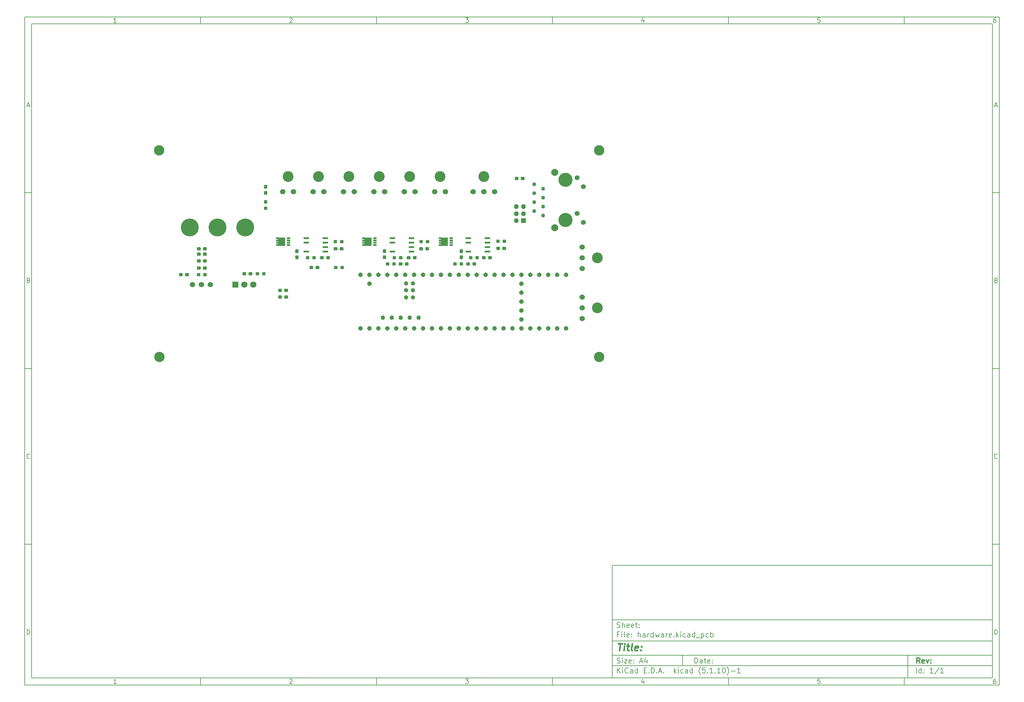
<source format=gbr>
%TF.GenerationSoftware,KiCad,Pcbnew,(5.1.10)-1*%
%TF.CreationDate,2022-03-14T21:27:58-05:00*%
%TF.ProjectId,hardware,68617264-7761-4726-952e-6b696361645f,rev?*%
%TF.SameCoordinates,Original*%
%TF.FileFunction,Soldermask,Top*%
%TF.FilePolarity,Negative*%
%FSLAX46Y46*%
G04 Gerber Fmt 4.6, Leading zero omitted, Abs format (unit mm)*
G04 Created by KiCad (PCBNEW (5.1.10)-1) date 2022-03-14 21:27:58*
%MOMM*%
%LPD*%
G01*
G04 APERTURE LIST*
%ADD10C,0.100000*%
%ADD11C,0.150000*%
%ADD12C,0.300000*%
%ADD13C,0.400000*%
%ADD14C,2.946400*%
%ADD15R,1.550000X0.600000*%
%ADD16C,1.800000*%
%ADD17R,1.800000X1.800000*%
%ADD18C,1.308000*%
%ADD19C,1.208000*%
%ADD20C,1.258000*%
%ADD21C,1.524000*%
%ADD22C,1.100000*%
%ADD23C,4.000000*%
%ADD24C,1.400000*%
%ADD25C,2.000000*%
%ADD26O,1.350000X1.350000*%
%ADD27R,1.350000X1.350000*%
%ADD28C,3.073400*%
%ADD29C,5.080000*%
G04 APERTURE END LIST*
D10*
D11*
X177002200Y-166007200D02*
X177002200Y-198007200D01*
X285002200Y-198007200D01*
X285002200Y-166007200D01*
X177002200Y-166007200D01*
D10*
D11*
X10000000Y-10000000D02*
X10000000Y-200007200D01*
X287002200Y-200007200D01*
X287002200Y-10000000D01*
X10000000Y-10000000D01*
D10*
D11*
X12000000Y-12000000D02*
X12000000Y-198007200D01*
X285002200Y-198007200D01*
X285002200Y-12000000D01*
X12000000Y-12000000D01*
D10*
D11*
X60000000Y-12000000D02*
X60000000Y-10000000D01*
D10*
D11*
X110000000Y-12000000D02*
X110000000Y-10000000D01*
D10*
D11*
X160000000Y-12000000D02*
X160000000Y-10000000D01*
D10*
D11*
X210000000Y-12000000D02*
X210000000Y-10000000D01*
D10*
D11*
X260000000Y-12000000D02*
X260000000Y-10000000D01*
D10*
D11*
X36065476Y-11588095D02*
X35322619Y-11588095D01*
X35694047Y-11588095D02*
X35694047Y-10288095D01*
X35570238Y-10473809D01*
X35446428Y-10597619D01*
X35322619Y-10659523D01*
D10*
D11*
X85322619Y-10411904D02*
X85384523Y-10350000D01*
X85508333Y-10288095D01*
X85817857Y-10288095D01*
X85941666Y-10350000D01*
X86003571Y-10411904D01*
X86065476Y-10535714D01*
X86065476Y-10659523D01*
X86003571Y-10845238D01*
X85260714Y-11588095D01*
X86065476Y-11588095D01*
D10*
D11*
X135260714Y-10288095D02*
X136065476Y-10288095D01*
X135632142Y-10783333D01*
X135817857Y-10783333D01*
X135941666Y-10845238D01*
X136003571Y-10907142D01*
X136065476Y-11030952D01*
X136065476Y-11340476D01*
X136003571Y-11464285D01*
X135941666Y-11526190D01*
X135817857Y-11588095D01*
X135446428Y-11588095D01*
X135322619Y-11526190D01*
X135260714Y-11464285D01*
D10*
D11*
X185941666Y-10721428D02*
X185941666Y-11588095D01*
X185632142Y-10226190D02*
X185322619Y-11154761D01*
X186127380Y-11154761D01*
D10*
D11*
X236003571Y-10288095D02*
X235384523Y-10288095D01*
X235322619Y-10907142D01*
X235384523Y-10845238D01*
X235508333Y-10783333D01*
X235817857Y-10783333D01*
X235941666Y-10845238D01*
X236003571Y-10907142D01*
X236065476Y-11030952D01*
X236065476Y-11340476D01*
X236003571Y-11464285D01*
X235941666Y-11526190D01*
X235817857Y-11588095D01*
X235508333Y-11588095D01*
X235384523Y-11526190D01*
X235322619Y-11464285D01*
D10*
D11*
X285941666Y-10288095D02*
X285694047Y-10288095D01*
X285570238Y-10350000D01*
X285508333Y-10411904D01*
X285384523Y-10597619D01*
X285322619Y-10845238D01*
X285322619Y-11340476D01*
X285384523Y-11464285D01*
X285446428Y-11526190D01*
X285570238Y-11588095D01*
X285817857Y-11588095D01*
X285941666Y-11526190D01*
X286003571Y-11464285D01*
X286065476Y-11340476D01*
X286065476Y-11030952D01*
X286003571Y-10907142D01*
X285941666Y-10845238D01*
X285817857Y-10783333D01*
X285570238Y-10783333D01*
X285446428Y-10845238D01*
X285384523Y-10907142D01*
X285322619Y-11030952D01*
D10*
D11*
X60000000Y-198007200D02*
X60000000Y-200007200D01*
D10*
D11*
X110000000Y-198007200D02*
X110000000Y-200007200D01*
D10*
D11*
X160000000Y-198007200D02*
X160000000Y-200007200D01*
D10*
D11*
X210000000Y-198007200D02*
X210000000Y-200007200D01*
D10*
D11*
X260000000Y-198007200D02*
X260000000Y-200007200D01*
D10*
D11*
X36065476Y-199595295D02*
X35322619Y-199595295D01*
X35694047Y-199595295D02*
X35694047Y-198295295D01*
X35570238Y-198481009D01*
X35446428Y-198604819D01*
X35322619Y-198666723D01*
D10*
D11*
X85322619Y-198419104D02*
X85384523Y-198357200D01*
X85508333Y-198295295D01*
X85817857Y-198295295D01*
X85941666Y-198357200D01*
X86003571Y-198419104D01*
X86065476Y-198542914D01*
X86065476Y-198666723D01*
X86003571Y-198852438D01*
X85260714Y-199595295D01*
X86065476Y-199595295D01*
D10*
D11*
X135260714Y-198295295D02*
X136065476Y-198295295D01*
X135632142Y-198790533D01*
X135817857Y-198790533D01*
X135941666Y-198852438D01*
X136003571Y-198914342D01*
X136065476Y-199038152D01*
X136065476Y-199347676D01*
X136003571Y-199471485D01*
X135941666Y-199533390D01*
X135817857Y-199595295D01*
X135446428Y-199595295D01*
X135322619Y-199533390D01*
X135260714Y-199471485D01*
D10*
D11*
X185941666Y-198728628D02*
X185941666Y-199595295D01*
X185632142Y-198233390D02*
X185322619Y-199161961D01*
X186127380Y-199161961D01*
D10*
D11*
X236003571Y-198295295D02*
X235384523Y-198295295D01*
X235322619Y-198914342D01*
X235384523Y-198852438D01*
X235508333Y-198790533D01*
X235817857Y-198790533D01*
X235941666Y-198852438D01*
X236003571Y-198914342D01*
X236065476Y-199038152D01*
X236065476Y-199347676D01*
X236003571Y-199471485D01*
X235941666Y-199533390D01*
X235817857Y-199595295D01*
X235508333Y-199595295D01*
X235384523Y-199533390D01*
X235322619Y-199471485D01*
D10*
D11*
X285941666Y-198295295D02*
X285694047Y-198295295D01*
X285570238Y-198357200D01*
X285508333Y-198419104D01*
X285384523Y-198604819D01*
X285322619Y-198852438D01*
X285322619Y-199347676D01*
X285384523Y-199471485D01*
X285446428Y-199533390D01*
X285570238Y-199595295D01*
X285817857Y-199595295D01*
X285941666Y-199533390D01*
X286003571Y-199471485D01*
X286065476Y-199347676D01*
X286065476Y-199038152D01*
X286003571Y-198914342D01*
X285941666Y-198852438D01*
X285817857Y-198790533D01*
X285570238Y-198790533D01*
X285446428Y-198852438D01*
X285384523Y-198914342D01*
X285322619Y-199038152D01*
D10*
D11*
X10000000Y-60000000D02*
X12000000Y-60000000D01*
D10*
D11*
X10000000Y-110000000D02*
X12000000Y-110000000D01*
D10*
D11*
X10000000Y-160000000D02*
X12000000Y-160000000D01*
D10*
D11*
X10690476Y-35216666D02*
X11309523Y-35216666D01*
X10566666Y-35588095D02*
X11000000Y-34288095D01*
X11433333Y-35588095D01*
D10*
D11*
X11092857Y-84907142D02*
X11278571Y-84969047D01*
X11340476Y-85030952D01*
X11402380Y-85154761D01*
X11402380Y-85340476D01*
X11340476Y-85464285D01*
X11278571Y-85526190D01*
X11154761Y-85588095D01*
X10659523Y-85588095D01*
X10659523Y-84288095D01*
X11092857Y-84288095D01*
X11216666Y-84350000D01*
X11278571Y-84411904D01*
X11340476Y-84535714D01*
X11340476Y-84659523D01*
X11278571Y-84783333D01*
X11216666Y-84845238D01*
X11092857Y-84907142D01*
X10659523Y-84907142D01*
D10*
D11*
X11402380Y-135464285D02*
X11340476Y-135526190D01*
X11154761Y-135588095D01*
X11030952Y-135588095D01*
X10845238Y-135526190D01*
X10721428Y-135402380D01*
X10659523Y-135278571D01*
X10597619Y-135030952D01*
X10597619Y-134845238D01*
X10659523Y-134597619D01*
X10721428Y-134473809D01*
X10845238Y-134350000D01*
X11030952Y-134288095D01*
X11154761Y-134288095D01*
X11340476Y-134350000D01*
X11402380Y-134411904D01*
D10*
D11*
X10659523Y-185588095D02*
X10659523Y-184288095D01*
X10969047Y-184288095D01*
X11154761Y-184350000D01*
X11278571Y-184473809D01*
X11340476Y-184597619D01*
X11402380Y-184845238D01*
X11402380Y-185030952D01*
X11340476Y-185278571D01*
X11278571Y-185402380D01*
X11154761Y-185526190D01*
X10969047Y-185588095D01*
X10659523Y-185588095D01*
D10*
D11*
X287002200Y-60000000D02*
X285002200Y-60000000D01*
D10*
D11*
X287002200Y-110000000D02*
X285002200Y-110000000D01*
D10*
D11*
X287002200Y-160000000D02*
X285002200Y-160000000D01*
D10*
D11*
X285692676Y-35216666D02*
X286311723Y-35216666D01*
X285568866Y-35588095D02*
X286002200Y-34288095D01*
X286435533Y-35588095D01*
D10*
D11*
X286095057Y-84907142D02*
X286280771Y-84969047D01*
X286342676Y-85030952D01*
X286404580Y-85154761D01*
X286404580Y-85340476D01*
X286342676Y-85464285D01*
X286280771Y-85526190D01*
X286156961Y-85588095D01*
X285661723Y-85588095D01*
X285661723Y-84288095D01*
X286095057Y-84288095D01*
X286218866Y-84350000D01*
X286280771Y-84411904D01*
X286342676Y-84535714D01*
X286342676Y-84659523D01*
X286280771Y-84783333D01*
X286218866Y-84845238D01*
X286095057Y-84907142D01*
X285661723Y-84907142D01*
D10*
D11*
X286404580Y-135464285D02*
X286342676Y-135526190D01*
X286156961Y-135588095D01*
X286033152Y-135588095D01*
X285847438Y-135526190D01*
X285723628Y-135402380D01*
X285661723Y-135278571D01*
X285599819Y-135030952D01*
X285599819Y-134845238D01*
X285661723Y-134597619D01*
X285723628Y-134473809D01*
X285847438Y-134350000D01*
X286033152Y-134288095D01*
X286156961Y-134288095D01*
X286342676Y-134350000D01*
X286404580Y-134411904D01*
D10*
D11*
X285661723Y-185588095D02*
X285661723Y-184288095D01*
X285971247Y-184288095D01*
X286156961Y-184350000D01*
X286280771Y-184473809D01*
X286342676Y-184597619D01*
X286404580Y-184845238D01*
X286404580Y-185030952D01*
X286342676Y-185278571D01*
X286280771Y-185402380D01*
X286156961Y-185526190D01*
X285971247Y-185588095D01*
X285661723Y-185588095D01*
D10*
D11*
X200434342Y-193785771D02*
X200434342Y-192285771D01*
X200791485Y-192285771D01*
X201005771Y-192357200D01*
X201148628Y-192500057D01*
X201220057Y-192642914D01*
X201291485Y-192928628D01*
X201291485Y-193142914D01*
X201220057Y-193428628D01*
X201148628Y-193571485D01*
X201005771Y-193714342D01*
X200791485Y-193785771D01*
X200434342Y-193785771D01*
X202577200Y-193785771D02*
X202577200Y-193000057D01*
X202505771Y-192857200D01*
X202362914Y-192785771D01*
X202077200Y-192785771D01*
X201934342Y-192857200D01*
X202577200Y-193714342D02*
X202434342Y-193785771D01*
X202077200Y-193785771D01*
X201934342Y-193714342D01*
X201862914Y-193571485D01*
X201862914Y-193428628D01*
X201934342Y-193285771D01*
X202077200Y-193214342D01*
X202434342Y-193214342D01*
X202577200Y-193142914D01*
X203077200Y-192785771D02*
X203648628Y-192785771D01*
X203291485Y-192285771D02*
X203291485Y-193571485D01*
X203362914Y-193714342D01*
X203505771Y-193785771D01*
X203648628Y-193785771D01*
X204720057Y-193714342D02*
X204577200Y-193785771D01*
X204291485Y-193785771D01*
X204148628Y-193714342D01*
X204077200Y-193571485D01*
X204077200Y-193000057D01*
X204148628Y-192857200D01*
X204291485Y-192785771D01*
X204577200Y-192785771D01*
X204720057Y-192857200D01*
X204791485Y-193000057D01*
X204791485Y-193142914D01*
X204077200Y-193285771D01*
X205434342Y-193642914D02*
X205505771Y-193714342D01*
X205434342Y-193785771D01*
X205362914Y-193714342D01*
X205434342Y-193642914D01*
X205434342Y-193785771D01*
X205434342Y-192857200D02*
X205505771Y-192928628D01*
X205434342Y-193000057D01*
X205362914Y-192928628D01*
X205434342Y-192857200D01*
X205434342Y-193000057D01*
D10*
D11*
X177002200Y-194507200D02*
X285002200Y-194507200D01*
D10*
D11*
X178434342Y-196585771D02*
X178434342Y-195085771D01*
X179291485Y-196585771D02*
X178648628Y-195728628D01*
X179291485Y-195085771D02*
X178434342Y-195942914D01*
X179934342Y-196585771D02*
X179934342Y-195585771D01*
X179934342Y-195085771D02*
X179862914Y-195157200D01*
X179934342Y-195228628D01*
X180005771Y-195157200D01*
X179934342Y-195085771D01*
X179934342Y-195228628D01*
X181505771Y-196442914D02*
X181434342Y-196514342D01*
X181220057Y-196585771D01*
X181077200Y-196585771D01*
X180862914Y-196514342D01*
X180720057Y-196371485D01*
X180648628Y-196228628D01*
X180577200Y-195942914D01*
X180577200Y-195728628D01*
X180648628Y-195442914D01*
X180720057Y-195300057D01*
X180862914Y-195157200D01*
X181077200Y-195085771D01*
X181220057Y-195085771D01*
X181434342Y-195157200D01*
X181505771Y-195228628D01*
X182791485Y-196585771D02*
X182791485Y-195800057D01*
X182720057Y-195657200D01*
X182577200Y-195585771D01*
X182291485Y-195585771D01*
X182148628Y-195657200D01*
X182791485Y-196514342D02*
X182648628Y-196585771D01*
X182291485Y-196585771D01*
X182148628Y-196514342D01*
X182077200Y-196371485D01*
X182077200Y-196228628D01*
X182148628Y-196085771D01*
X182291485Y-196014342D01*
X182648628Y-196014342D01*
X182791485Y-195942914D01*
X184148628Y-196585771D02*
X184148628Y-195085771D01*
X184148628Y-196514342D02*
X184005771Y-196585771D01*
X183720057Y-196585771D01*
X183577200Y-196514342D01*
X183505771Y-196442914D01*
X183434342Y-196300057D01*
X183434342Y-195871485D01*
X183505771Y-195728628D01*
X183577200Y-195657200D01*
X183720057Y-195585771D01*
X184005771Y-195585771D01*
X184148628Y-195657200D01*
X186005771Y-195800057D02*
X186505771Y-195800057D01*
X186720057Y-196585771D02*
X186005771Y-196585771D01*
X186005771Y-195085771D01*
X186720057Y-195085771D01*
X187362914Y-196442914D02*
X187434342Y-196514342D01*
X187362914Y-196585771D01*
X187291485Y-196514342D01*
X187362914Y-196442914D01*
X187362914Y-196585771D01*
X188077200Y-196585771D02*
X188077200Y-195085771D01*
X188434342Y-195085771D01*
X188648628Y-195157200D01*
X188791485Y-195300057D01*
X188862914Y-195442914D01*
X188934342Y-195728628D01*
X188934342Y-195942914D01*
X188862914Y-196228628D01*
X188791485Y-196371485D01*
X188648628Y-196514342D01*
X188434342Y-196585771D01*
X188077200Y-196585771D01*
X189577200Y-196442914D02*
X189648628Y-196514342D01*
X189577200Y-196585771D01*
X189505771Y-196514342D01*
X189577200Y-196442914D01*
X189577200Y-196585771D01*
X190220057Y-196157200D02*
X190934342Y-196157200D01*
X190077200Y-196585771D02*
X190577200Y-195085771D01*
X191077200Y-196585771D01*
X191577200Y-196442914D02*
X191648628Y-196514342D01*
X191577200Y-196585771D01*
X191505771Y-196514342D01*
X191577200Y-196442914D01*
X191577200Y-196585771D01*
X194577200Y-196585771D02*
X194577200Y-195085771D01*
X194720057Y-196014342D02*
X195148628Y-196585771D01*
X195148628Y-195585771D02*
X194577200Y-196157200D01*
X195791485Y-196585771D02*
X195791485Y-195585771D01*
X195791485Y-195085771D02*
X195720057Y-195157200D01*
X195791485Y-195228628D01*
X195862914Y-195157200D01*
X195791485Y-195085771D01*
X195791485Y-195228628D01*
X197148628Y-196514342D02*
X197005771Y-196585771D01*
X196720057Y-196585771D01*
X196577200Y-196514342D01*
X196505771Y-196442914D01*
X196434342Y-196300057D01*
X196434342Y-195871485D01*
X196505771Y-195728628D01*
X196577200Y-195657200D01*
X196720057Y-195585771D01*
X197005771Y-195585771D01*
X197148628Y-195657200D01*
X198434342Y-196585771D02*
X198434342Y-195800057D01*
X198362914Y-195657200D01*
X198220057Y-195585771D01*
X197934342Y-195585771D01*
X197791485Y-195657200D01*
X198434342Y-196514342D02*
X198291485Y-196585771D01*
X197934342Y-196585771D01*
X197791485Y-196514342D01*
X197720057Y-196371485D01*
X197720057Y-196228628D01*
X197791485Y-196085771D01*
X197934342Y-196014342D01*
X198291485Y-196014342D01*
X198434342Y-195942914D01*
X199791485Y-196585771D02*
X199791485Y-195085771D01*
X199791485Y-196514342D02*
X199648628Y-196585771D01*
X199362914Y-196585771D01*
X199220057Y-196514342D01*
X199148628Y-196442914D01*
X199077200Y-196300057D01*
X199077200Y-195871485D01*
X199148628Y-195728628D01*
X199220057Y-195657200D01*
X199362914Y-195585771D01*
X199648628Y-195585771D01*
X199791485Y-195657200D01*
X202077200Y-197157200D02*
X202005771Y-197085771D01*
X201862914Y-196871485D01*
X201791485Y-196728628D01*
X201720057Y-196514342D01*
X201648628Y-196157200D01*
X201648628Y-195871485D01*
X201720057Y-195514342D01*
X201791485Y-195300057D01*
X201862914Y-195157200D01*
X202005771Y-194942914D01*
X202077200Y-194871485D01*
X203362914Y-195085771D02*
X202648628Y-195085771D01*
X202577200Y-195800057D01*
X202648628Y-195728628D01*
X202791485Y-195657200D01*
X203148628Y-195657200D01*
X203291485Y-195728628D01*
X203362914Y-195800057D01*
X203434342Y-195942914D01*
X203434342Y-196300057D01*
X203362914Y-196442914D01*
X203291485Y-196514342D01*
X203148628Y-196585771D01*
X202791485Y-196585771D01*
X202648628Y-196514342D01*
X202577200Y-196442914D01*
X204077200Y-196442914D02*
X204148628Y-196514342D01*
X204077200Y-196585771D01*
X204005771Y-196514342D01*
X204077200Y-196442914D01*
X204077200Y-196585771D01*
X205577200Y-196585771D02*
X204720057Y-196585771D01*
X205148628Y-196585771D02*
X205148628Y-195085771D01*
X205005771Y-195300057D01*
X204862914Y-195442914D01*
X204720057Y-195514342D01*
X206220057Y-196442914D02*
X206291485Y-196514342D01*
X206220057Y-196585771D01*
X206148628Y-196514342D01*
X206220057Y-196442914D01*
X206220057Y-196585771D01*
X207720057Y-196585771D02*
X206862914Y-196585771D01*
X207291485Y-196585771D02*
X207291485Y-195085771D01*
X207148628Y-195300057D01*
X207005771Y-195442914D01*
X206862914Y-195514342D01*
X208648628Y-195085771D02*
X208791485Y-195085771D01*
X208934342Y-195157200D01*
X209005771Y-195228628D01*
X209077200Y-195371485D01*
X209148628Y-195657200D01*
X209148628Y-196014342D01*
X209077200Y-196300057D01*
X209005771Y-196442914D01*
X208934342Y-196514342D01*
X208791485Y-196585771D01*
X208648628Y-196585771D01*
X208505771Y-196514342D01*
X208434342Y-196442914D01*
X208362914Y-196300057D01*
X208291485Y-196014342D01*
X208291485Y-195657200D01*
X208362914Y-195371485D01*
X208434342Y-195228628D01*
X208505771Y-195157200D01*
X208648628Y-195085771D01*
X209648628Y-197157200D02*
X209720057Y-197085771D01*
X209862914Y-196871485D01*
X209934342Y-196728628D01*
X210005771Y-196514342D01*
X210077200Y-196157200D01*
X210077200Y-195871485D01*
X210005771Y-195514342D01*
X209934342Y-195300057D01*
X209862914Y-195157200D01*
X209720057Y-194942914D01*
X209648628Y-194871485D01*
X210791485Y-196014342D02*
X211934342Y-196014342D01*
X213434342Y-196585771D02*
X212577200Y-196585771D01*
X213005771Y-196585771D02*
X213005771Y-195085771D01*
X212862914Y-195300057D01*
X212720057Y-195442914D01*
X212577200Y-195514342D01*
D10*
D11*
X177002200Y-191507200D02*
X285002200Y-191507200D01*
D10*
D12*
X264411485Y-193785771D02*
X263911485Y-193071485D01*
X263554342Y-193785771D02*
X263554342Y-192285771D01*
X264125771Y-192285771D01*
X264268628Y-192357200D01*
X264340057Y-192428628D01*
X264411485Y-192571485D01*
X264411485Y-192785771D01*
X264340057Y-192928628D01*
X264268628Y-193000057D01*
X264125771Y-193071485D01*
X263554342Y-193071485D01*
X265625771Y-193714342D02*
X265482914Y-193785771D01*
X265197200Y-193785771D01*
X265054342Y-193714342D01*
X264982914Y-193571485D01*
X264982914Y-193000057D01*
X265054342Y-192857200D01*
X265197200Y-192785771D01*
X265482914Y-192785771D01*
X265625771Y-192857200D01*
X265697200Y-193000057D01*
X265697200Y-193142914D01*
X264982914Y-193285771D01*
X266197200Y-192785771D02*
X266554342Y-193785771D01*
X266911485Y-192785771D01*
X267482914Y-193642914D02*
X267554342Y-193714342D01*
X267482914Y-193785771D01*
X267411485Y-193714342D01*
X267482914Y-193642914D01*
X267482914Y-193785771D01*
X267482914Y-192857200D02*
X267554342Y-192928628D01*
X267482914Y-193000057D01*
X267411485Y-192928628D01*
X267482914Y-192857200D01*
X267482914Y-193000057D01*
D10*
D11*
X178362914Y-193714342D02*
X178577200Y-193785771D01*
X178934342Y-193785771D01*
X179077200Y-193714342D01*
X179148628Y-193642914D01*
X179220057Y-193500057D01*
X179220057Y-193357200D01*
X179148628Y-193214342D01*
X179077200Y-193142914D01*
X178934342Y-193071485D01*
X178648628Y-193000057D01*
X178505771Y-192928628D01*
X178434342Y-192857200D01*
X178362914Y-192714342D01*
X178362914Y-192571485D01*
X178434342Y-192428628D01*
X178505771Y-192357200D01*
X178648628Y-192285771D01*
X179005771Y-192285771D01*
X179220057Y-192357200D01*
X179862914Y-193785771D02*
X179862914Y-192785771D01*
X179862914Y-192285771D02*
X179791485Y-192357200D01*
X179862914Y-192428628D01*
X179934342Y-192357200D01*
X179862914Y-192285771D01*
X179862914Y-192428628D01*
X180434342Y-192785771D02*
X181220057Y-192785771D01*
X180434342Y-193785771D01*
X181220057Y-193785771D01*
X182362914Y-193714342D02*
X182220057Y-193785771D01*
X181934342Y-193785771D01*
X181791485Y-193714342D01*
X181720057Y-193571485D01*
X181720057Y-193000057D01*
X181791485Y-192857200D01*
X181934342Y-192785771D01*
X182220057Y-192785771D01*
X182362914Y-192857200D01*
X182434342Y-193000057D01*
X182434342Y-193142914D01*
X181720057Y-193285771D01*
X183077200Y-193642914D02*
X183148628Y-193714342D01*
X183077200Y-193785771D01*
X183005771Y-193714342D01*
X183077200Y-193642914D01*
X183077200Y-193785771D01*
X183077200Y-192857200D02*
X183148628Y-192928628D01*
X183077200Y-193000057D01*
X183005771Y-192928628D01*
X183077200Y-192857200D01*
X183077200Y-193000057D01*
X184862914Y-193357200D02*
X185577200Y-193357200D01*
X184720057Y-193785771D02*
X185220057Y-192285771D01*
X185720057Y-193785771D01*
X186862914Y-192785771D02*
X186862914Y-193785771D01*
X186505771Y-192214342D02*
X186148628Y-193285771D01*
X187077200Y-193285771D01*
D10*
D11*
X263434342Y-196585771D02*
X263434342Y-195085771D01*
X264791485Y-196585771D02*
X264791485Y-195085771D01*
X264791485Y-196514342D02*
X264648628Y-196585771D01*
X264362914Y-196585771D01*
X264220057Y-196514342D01*
X264148628Y-196442914D01*
X264077200Y-196300057D01*
X264077200Y-195871485D01*
X264148628Y-195728628D01*
X264220057Y-195657200D01*
X264362914Y-195585771D01*
X264648628Y-195585771D01*
X264791485Y-195657200D01*
X265505771Y-196442914D02*
X265577200Y-196514342D01*
X265505771Y-196585771D01*
X265434342Y-196514342D01*
X265505771Y-196442914D01*
X265505771Y-196585771D01*
X265505771Y-195657200D02*
X265577200Y-195728628D01*
X265505771Y-195800057D01*
X265434342Y-195728628D01*
X265505771Y-195657200D01*
X265505771Y-195800057D01*
X268148628Y-196585771D02*
X267291485Y-196585771D01*
X267720057Y-196585771D02*
X267720057Y-195085771D01*
X267577200Y-195300057D01*
X267434342Y-195442914D01*
X267291485Y-195514342D01*
X269862914Y-195014342D02*
X268577200Y-196942914D01*
X271148628Y-196585771D02*
X270291485Y-196585771D01*
X270720057Y-196585771D02*
X270720057Y-195085771D01*
X270577200Y-195300057D01*
X270434342Y-195442914D01*
X270291485Y-195514342D01*
D10*
D11*
X177002200Y-187507200D02*
X285002200Y-187507200D01*
D10*
D13*
X178714580Y-188211961D02*
X179857438Y-188211961D01*
X179036009Y-190211961D02*
X179286009Y-188211961D01*
X180274104Y-190211961D02*
X180440771Y-188878628D01*
X180524104Y-188211961D02*
X180416961Y-188307200D01*
X180500295Y-188402438D01*
X180607438Y-188307200D01*
X180524104Y-188211961D01*
X180500295Y-188402438D01*
X181107438Y-188878628D02*
X181869342Y-188878628D01*
X181476485Y-188211961D02*
X181262200Y-189926247D01*
X181333628Y-190116723D01*
X181512200Y-190211961D01*
X181702676Y-190211961D01*
X182655057Y-190211961D02*
X182476485Y-190116723D01*
X182405057Y-189926247D01*
X182619342Y-188211961D01*
X184190771Y-190116723D02*
X183988390Y-190211961D01*
X183607438Y-190211961D01*
X183428866Y-190116723D01*
X183357438Y-189926247D01*
X183452676Y-189164342D01*
X183571723Y-188973866D01*
X183774104Y-188878628D01*
X184155057Y-188878628D01*
X184333628Y-188973866D01*
X184405057Y-189164342D01*
X184381247Y-189354819D01*
X183405057Y-189545295D01*
X185155057Y-190021485D02*
X185238390Y-190116723D01*
X185131247Y-190211961D01*
X185047914Y-190116723D01*
X185155057Y-190021485D01*
X185131247Y-190211961D01*
X185286009Y-188973866D02*
X185369342Y-189069104D01*
X185262200Y-189164342D01*
X185178866Y-189069104D01*
X185286009Y-188973866D01*
X185262200Y-189164342D01*
D10*
D11*
X178934342Y-185600057D02*
X178434342Y-185600057D01*
X178434342Y-186385771D02*
X178434342Y-184885771D01*
X179148628Y-184885771D01*
X179720057Y-186385771D02*
X179720057Y-185385771D01*
X179720057Y-184885771D02*
X179648628Y-184957200D01*
X179720057Y-185028628D01*
X179791485Y-184957200D01*
X179720057Y-184885771D01*
X179720057Y-185028628D01*
X180648628Y-186385771D02*
X180505771Y-186314342D01*
X180434342Y-186171485D01*
X180434342Y-184885771D01*
X181791485Y-186314342D02*
X181648628Y-186385771D01*
X181362914Y-186385771D01*
X181220057Y-186314342D01*
X181148628Y-186171485D01*
X181148628Y-185600057D01*
X181220057Y-185457200D01*
X181362914Y-185385771D01*
X181648628Y-185385771D01*
X181791485Y-185457200D01*
X181862914Y-185600057D01*
X181862914Y-185742914D01*
X181148628Y-185885771D01*
X182505771Y-186242914D02*
X182577200Y-186314342D01*
X182505771Y-186385771D01*
X182434342Y-186314342D01*
X182505771Y-186242914D01*
X182505771Y-186385771D01*
X182505771Y-185457200D02*
X182577200Y-185528628D01*
X182505771Y-185600057D01*
X182434342Y-185528628D01*
X182505771Y-185457200D01*
X182505771Y-185600057D01*
X184362914Y-186385771D02*
X184362914Y-184885771D01*
X185005771Y-186385771D02*
X185005771Y-185600057D01*
X184934342Y-185457200D01*
X184791485Y-185385771D01*
X184577200Y-185385771D01*
X184434342Y-185457200D01*
X184362914Y-185528628D01*
X186362914Y-186385771D02*
X186362914Y-185600057D01*
X186291485Y-185457200D01*
X186148628Y-185385771D01*
X185862914Y-185385771D01*
X185720057Y-185457200D01*
X186362914Y-186314342D02*
X186220057Y-186385771D01*
X185862914Y-186385771D01*
X185720057Y-186314342D01*
X185648628Y-186171485D01*
X185648628Y-186028628D01*
X185720057Y-185885771D01*
X185862914Y-185814342D01*
X186220057Y-185814342D01*
X186362914Y-185742914D01*
X187077200Y-186385771D02*
X187077200Y-185385771D01*
X187077200Y-185671485D02*
X187148628Y-185528628D01*
X187220057Y-185457200D01*
X187362914Y-185385771D01*
X187505771Y-185385771D01*
X188648628Y-186385771D02*
X188648628Y-184885771D01*
X188648628Y-186314342D02*
X188505771Y-186385771D01*
X188220057Y-186385771D01*
X188077200Y-186314342D01*
X188005771Y-186242914D01*
X187934342Y-186100057D01*
X187934342Y-185671485D01*
X188005771Y-185528628D01*
X188077200Y-185457200D01*
X188220057Y-185385771D01*
X188505771Y-185385771D01*
X188648628Y-185457200D01*
X189220057Y-185385771D02*
X189505771Y-186385771D01*
X189791485Y-185671485D01*
X190077200Y-186385771D01*
X190362914Y-185385771D01*
X191577200Y-186385771D02*
X191577200Y-185600057D01*
X191505771Y-185457200D01*
X191362914Y-185385771D01*
X191077200Y-185385771D01*
X190934342Y-185457200D01*
X191577200Y-186314342D02*
X191434342Y-186385771D01*
X191077200Y-186385771D01*
X190934342Y-186314342D01*
X190862914Y-186171485D01*
X190862914Y-186028628D01*
X190934342Y-185885771D01*
X191077200Y-185814342D01*
X191434342Y-185814342D01*
X191577200Y-185742914D01*
X192291485Y-186385771D02*
X192291485Y-185385771D01*
X192291485Y-185671485D02*
X192362914Y-185528628D01*
X192434342Y-185457200D01*
X192577200Y-185385771D01*
X192720057Y-185385771D01*
X193791485Y-186314342D02*
X193648628Y-186385771D01*
X193362914Y-186385771D01*
X193220057Y-186314342D01*
X193148628Y-186171485D01*
X193148628Y-185600057D01*
X193220057Y-185457200D01*
X193362914Y-185385771D01*
X193648628Y-185385771D01*
X193791485Y-185457200D01*
X193862914Y-185600057D01*
X193862914Y-185742914D01*
X193148628Y-185885771D01*
X194505771Y-186242914D02*
X194577200Y-186314342D01*
X194505771Y-186385771D01*
X194434342Y-186314342D01*
X194505771Y-186242914D01*
X194505771Y-186385771D01*
X195220057Y-186385771D02*
X195220057Y-184885771D01*
X195362914Y-185814342D02*
X195791485Y-186385771D01*
X195791485Y-185385771D02*
X195220057Y-185957200D01*
X196434342Y-186385771D02*
X196434342Y-185385771D01*
X196434342Y-184885771D02*
X196362914Y-184957200D01*
X196434342Y-185028628D01*
X196505771Y-184957200D01*
X196434342Y-184885771D01*
X196434342Y-185028628D01*
X197791485Y-186314342D02*
X197648628Y-186385771D01*
X197362914Y-186385771D01*
X197220057Y-186314342D01*
X197148628Y-186242914D01*
X197077200Y-186100057D01*
X197077200Y-185671485D01*
X197148628Y-185528628D01*
X197220057Y-185457200D01*
X197362914Y-185385771D01*
X197648628Y-185385771D01*
X197791485Y-185457200D01*
X199077200Y-186385771D02*
X199077200Y-185600057D01*
X199005771Y-185457200D01*
X198862914Y-185385771D01*
X198577200Y-185385771D01*
X198434342Y-185457200D01*
X199077200Y-186314342D02*
X198934342Y-186385771D01*
X198577200Y-186385771D01*
X198434342Y-186314342D01*
X198362914Y-186171485D01*
X198362914Y-186028628D01*
X198434342Y-185885771D01*
X198577200Y-185814342D01*
X198934342Y-185814342D01*
X199077200Y-185742914D01*
X200434342Y-186385771D02*
X200434342Y-184885771D01*
X200434342Y-186314342D02*
X200291485Y-186385771D01*
X200005771Y-186385771D01*
X199862914Y-186314342D01*
X199791485Y-186242914D01*
X199720057Y-186100057D01*
X199720057Y-185671485D01*
X199791485Y-185528628D01*
X199862914Y-185457200D01*
X200005771Y-185385771D01*
X200291485Y-185385771D01*
X200434342Y-185457200D01*
X200791485Y-186528628D02*
X201934342Y-186528628D01*
X202291485Y-185385771D02*
X202291485Y-186885771D01*
X202291485Y-185457200D02*
X202434342Y-185385771D01*
X202720057Y-185385771D01*
X202862914Y-185457200D01*
X202934342Y-185528628D01*
X203005771Y-185671485D01*
X203005771Y-186100057D01*
X202934342Y-186242914D01*
X202862914Y-186314342D01*
X202720057Y-186385771D01*
X202434342Y-186385771D01*
X202291485Y-186314342D01*
X204291485Y-186314342D02*
X204148628Y-186385771D01*
X203862914Y-186385771D01*
X203720057Y-186314342D01*
X203648628Y-186242914D01*
X203577200Y-186100057D01*
X203577200Y-185671485D01*
X203648628Y-185528628D01*
X203720057Y-185457200D01*
X203862914Y-185385771D01*
X204148628Y-185385771D01*
X204291485Y-185457200D01*
X204934342Y-186385771D02*
X204934342Y-184885771D01*
X204934342Y-185457200D02*
X205077200Y-185385771D01*
X205362914Y-185385771D01*
X205505771Y-185457200D01*
X205577200Y-185528628D01*
X205648628Y-185671485D01*
X205648628Y-186100057D01*
X205577200Y-186242914D01*
X205505771Y-186314342D01*
X205362914Y-186385771D01*
X205077200Y-186385771D01*
X204934342Y-186314342D01*
D10*
D11*
X177002200Y-181507200D02*
X285002200Y-181507200D01*
D10*
D11*
X178362914Y-183614342D02*
X178577200Y-183685771D01*
X178934342Y-183685771D01*
X179077200Y-183614342D01*
X179148628Y-183542914D01*
X179220057Y-183400057D01*
X179220057Y-183257200D01*
X179148628Y-183114342D01*
X179077200Y-183042914D01*
X178934342Y-182971485D01*
X178648628Y-182900057D01*
X178505771Y-182828628D01*
X178434342Y-182757200D01*
X178362914Y-182614342D01*
X178362914Y-182471485D01*
X178434342Y-182328628D01*
X178505771Y-182257200D01*
X178648628Y-182185771D01*
X179005771Y-182185771D01*
X179220057Y-182257200D01*
X179862914Y-183685771D02*
X179862914Y-182185771D01*
X180505771Y-183685771D02*
X180505771Y-182900057D01*
X180434342Y-182757200D01*
X180291485Y-182685771D01*
X180077200Y-182685771D01*
X179934342Y-182757200D01*
X179862914Y-182828628D01*
X181791485Y-183614342D02*
X181648628Y-183685771D01*
X181362914Y-183685771D01*
X181220057Y-183614342D01*
X181148628Y-183471485D01*
X181148628Y-182900057D01*
X181220057Y-182757200D01*
X181362914Y-182685771D01*
X181648628Y-182685771D01*
X181791485Y-182757200D01*
X181862914Y-182900057D01*
X181862914Y-183042914D01*
X181148628Y-183185771D01*
X183077200Y-183614342D02*
X182934342Y-183685771D01*
X182648628Y-183685771D01*
X182505771Y-183614342D01*
X182434342Y-183471485D01*
X182434342Y-182900057D01*
X182505771Y-182757200D01*
X182648628Y-182685771D01*
X182934342Y-182685771D01*
X183077200Y-182757200D01*
X183148628Y-182900057D01*
X183148628Y-183042914D01*
X182434342Y-183185771D01*
X183577200Y-182685771D02*
X184148628Y-182685771D01*
X183791485Y-182185771D02*
X183791485Y-183471485D01*
X183862914Y-183614342D01*
X184005771Y-183685771D01*
X184148628Y-183685771D01*
X184648628Y-183542914D02*
X184720057Y-183614342D01*
X184648628Y-183685771D01*
X184577200Y-183614342D01*
X184648628Y-183542914D01*
X184648628Y-183685771D01*
X184648628Y-182757200D02*
X184720057Y-182828628D01*
X184648628Y-182900057D01*
X184577200Y-182828628D01*
X184648628Y-182757200D01*
X184648628Y-182900057D01*
D10*
D11*
X197002200Y-191507200D02*
X197002200Y-194507200D01*
D10*
D11*
X261002200Y-191507200D02*
X261002200Y-198007200D01*
D14*
%TO.C,REF\u002A\u002A*%
X48204120Y-47950120D03*
%TD*%
%TO.C,REF\u002A\u002A*%
X173283880Y-47950120D03*
%TD*%
%TO.C,REF\u002A\u002A*%
X173228000Y-106680000D03*
%TD*%
%TO.C,REF\u002A\u002A*%
X48260000Y-106680000D03*
%TD*%
%TO.C,R12*%
G36*
G01*
X138093000Y-78723500D02*
X138093000Y-78248500D01*
G75*
G02*
X138330500Y-78011000I237500J0D01*
G01*
X138830500Y-78011000D01*
G75*
G02*
X139068000Y-78248500I0J-237500D01*
G01*
X139068000Y-78723500D01*
G75*
G02*
X138830500Y-78961000I-237500J0D01*
G01*
X138330500Y-78961000D01*
G75*
G02*
X138093000Y-78723500I0J237500D01*
G01*
G37*
G36*
G01*
X136268000Y-78723500D02*
X136268000Y-78248500D01*
G75*
G02*
X136505500Y-78011000I237500J0D01*
G01*
X137005500Y-78011000D01*
G75*
G02*
X137243000Y-78248500I0J-237500D01*
G01*
X137243000Y-78723500D01*
G75*
G02*
X137005500Y-78961000I-237500J0D01*
G01*
X136505500Y-78961000D01*
G75*
G02*
X136268000Y-78723500I0J237500D01*
G01*
G37*
%TD*%
%TO.C,R11*%
G36*
G01*
X116399500Y-78723500D02*
X116399500Y-78248500D01*
G75*
G02*
X116637000Y-78011000I237500J0D01*
G01*
X117137000Y-78011000D01*
G75*
G02*
X117374500Y-78248500I0J-237500D01*
G01*
X117374500Y-78723500D01*
G75*
G02*
X117137000Y-78961000I-237500J0D01*
G01*
X116637000Y-78961000D01*
G75*
G02*
X116399500Y-78723500I0J237500D01*
G01*
G37*
G36*
G01*
X114574500Y-78723500D02*
X114574500Y-78248500D01*
G75*
G02*
X114812000Y-78011000I237500J0D01*
G01*
X115312000Y-78011000D01*
G75*
G02*
X115549500Y-78248500I0J-237500D01*
G01*
X115549500Y-78723500D01*
G75*
G02*
X115312000Y-78961000I-237500J0D01*
G01*
X114812000Y-78961000D01*
G75*
G02*
X114574500Y-78723500I0J237500D01*
G01*
G37*
%TD*%
%TO.C,R10*%
G36*
G01*
X91761500Y-78723500D02*
X91761500Y-78248500D01*
G75*
G02*
X91999000Y-78011000I237500J0D01*
G01*
X92499000Y-78011000D01*
G75*
G02*
X92736500Y-78248500I0J-237500D01*
G01*
X92736500Y-78723500D01*
G75*
G02*
X92499000Y-78961000I-237500J0D01*
G01*
X91999000Y-78961000D01*
G75*
G02*
X91761500Y-78723500I0J237500D01*
G01*
G37*
G36*
G01*
X89936500Y-78723500D02*
X89936500Y-78248500D01*
G75*
G02*
X90174000Y-78011000I237500J0D01*
G01*
X90674000Y-78011000D01*
G75*
G02*
X90911500Y-78248500I0J-237500D01*
G01*
X90911500Y-78723500D01*
G75*
G02*
X90674000Y-78961000I-237500J0D01*
G01*
X90174000Y-78961000D01*
G75*
G02*
X89936500Y-78723500I0J237500D01*
G01*
G37*
%TD*%
%TO.C,R9*%
G36*
G01*
X133624500Y-80501500D02*
X133624500Y-80026500D01*
G75*
G02*
X133862000Y-79789000I237500J0D01*
G01*
X134362000Y-79789000D01*
G75*
G02*
X134599500Y-80026500I0J-237500D01*
G01*
X134599500Y-80501500D01*
G75*
G02*
X134362000Y-80739000I-237500J0D01*
G01*
X133862000Y-80739000D01*
G75*
G02*
X133624500Y-80501500I0J237500D01*
G01*
G37*
G36*
G01*
X131799500Y-80501500D02*
X131799500Y-80026500D01*
G75*
G02*
X132037000Y-79789000I237500J0D01*
G01*
X132537000Y-79789000D01*
G75*
G02*
X132774500Y-80026500I0J-237500D01*
G01*
X132774500Y-80501500D01*
G75*
G02*
X132537000Y-80739000I-237500J0D01*
G01*
X132037000Y-80739000D01*
G75*
G02*
X131799500Y-80501500I0J237500D01*
G01*
G37*
%TD*%
%TO.C,R8*%
G36*
G01*
X114471000Y-80501500D02*
X114471000Y-80026500D01*
G75*
G02*
X114708500Y-79789000I237500J0D01*
G01*
X115208500Y-79789000D01*
G75*
G02*
X115446000Y-80026500I0J-237500D01*
G01*
X115446000Y-80501500D01*
G75*
G02*
X115208500Y-80739000I-237500J0D01*
G01*
X114708500Y-80739000D01*
G75*
G02*
X114471000Y-80501500I0J237500D01*
G01*
G37*
G36*
G01*
X112646000Y-80501500D02*
X112646000Y-80026500D01*
G75*
G02*
X112883500Y-79789000I237500J0D01*
G01*
X113383500Y-79789000D01*
G75*
G02*
X113621000Y-80026500I0J-237500D01*
G01*
X113621000Y-80501500D01*
G75*
G02*
X113383500Y-80739000I-237500J0D01*
G01*
X112883500Y-80739000D01*
G75*
G02*
X112646000Y-80501500I0J237500D01*
G01*
G37*
%TD*%
%TO.C,R7*%
G36*
G01*
X98889000Y-81042500D02*
X98889000Y-81517500D01*
G75*
G02*
X98651500Y-81755000I-237500J0D01*
G01*
X98151500Y-81755000D01*
G75*
G02*
X97914000Y-81517500I0J237500D01*
G01*
X97914000Y-81042500D01*
G75*
G02*
X98151500Y-80805000I237500J0D01*
G01*
X98651500Y-80805000D01*
G75*
G02*
X98889000Y-81042500I0J-237500D01*
G01*
G37*
G36*
G01*
X100714000Y-81042500D02*
X100714000Y-81517500D01*
G75*
G02*
X100476500Y-81755000I-237500J0D01*
G01*
X99976500Y-81755000D01*
G75*
G02*
X99739000Y-81517500I0J237500D01*
G01*
X99739000Y-81042500D01*
G75*
G02*
X99976500Y-80805000I237500J0D01*
G01*
X100476500Y-80805000D01*
G75*
G02*
X100714000Y-81042500I0J-237500D01*
G01*
G37*
%TD*%
%TO.C,R6*%
G36*
G01*
X77490500Y-83295500D02*
X77490500Y-82820500D01*
G75*
G02*
X77728000Y-82583000I237500J0D01*
G01*
X78228000Y-82583000D01*
G75*
G02*
X78465500Y-82820500I0J-237500D01*
G01*
X78465500Y-83295500D01*
G75*
G02*
X78228000Y-83533000I-237500J0D01*
G01*
X77728000Y-83533000D01*
G75*
G02*
X77490500Y-83295500I0J237500D01*
G01*
G37*
G36*
G01*
X75665500Y-83295500D02*
X75665500Y-82820500D01*
G75*
G02*
X75903000Y-82583000I237500J0D01*
G01*
X76403000Y-82583000D01*
G75*
G02*
X76640500Y-82820500I0J-237500D01*
G01*
X76640500Y-83295500D01*
G75*
G02*
X76403000Y-83533000I-237500J0D01*
G01*
X75903000Y-83533000D01*
G75*
G02*
X75665500Y-83295500I0J237500D01*
G01*
G37*
%TD*%
%TO.C,R5*%
G36*
G01*
X60773500Y-83549500D02*
X60773500Y-83074500D01*
G75*
G02*
X61011000Y-82837000I237500J0D01*
G01*
X61511000Y-82837000D01*
G75*
G02*
X61748500Y-83074500I0J-237500D01*
G01*
X61748500Y-83549500D01*
G75*
G02*
X61511000Y-83787000I-237500J0D01*
G01*
X61011000Y-83787000D01*
G75*
G02*
X60773500Y-83549500I0J237500D01*
G01*
G37*
G36*
G01*
X58948500Y-83549500D02*
X58948500Y-83074500D01*
G75*
G02*
X59186000Y-82837000I237500J0D01*
G01*
X59686000Y-82837000D01*
G75*
G02*
X59923500Y-83074500I0J-237500D01*
G01*
X59923500Y-83549500D01*
G75*
G02*
X59686000Y-83787000I-237500J0D01*
G01*
X59186000Y-83787000D01*
G75*
G02*
X58948500Y-83549500I0J237500D01*
G01*
G37*
%TD*%
%TO.C,R4*%
G36*
G01*
X78248500Y-63925000D02*
X78723500Y-63925000D01*
G75*
G02*
X78961000Y-64162500I0J-237500D01*
G01*
X78961000Y-64662500D01*
G75*
G02*
X78723500Y-64900000I-237500J0D01*
G01*
X78248500Y-64900000D01*
G75*
G02*
X78011000Y-64662500I0J237500D01*
G01*
X78011000Y-64162500D01*
G75*
G02*
X78248500Y-63925000I237500J0D01*
G01*
G37*
G36*
G01*
X78248500Y-62100000D02*
X78723500Y-62100000D01*
G75*
G02*
X78961000Y-62337500I0J-237500D01*
G01*
X78961000Y-62837500D01*
G75*
G02*
X78723500Y-63075000I-237500J0D01*
G01*
X78248500Y-63075000D01*
G75*
G02*
X78011000Y-62837500I0J237500D01*
G01*
X78011000Y-62337500D01*
G75*
G02*
X78248500Y-62100000I237500J0D01*
G01*
G37*
%TD*%
%TO.C,D9*%
G36*
G01*
X78248500Y-59532000D02*
X78723500Y-59532000D01*
G75*
G02*
X78961000Y-59769500I0J-237500D01*
G01*
X78961000Y-60344500D01*
G75*
G02*
X78723500Y-60582000I-237500J0D01*
G01*
X78248500Y-60582000D01*
G75*
G02*
X78011000Y-60344500I0J237500D01*
G01*
X78011000Y-59769500D01*
G75*
G02*
X78248500Y-59532000I237500J0D01*
G01*
G37*
G36*
G01*
X78248500Y-57782000D02*
X78723500Y-57782000D01*
G75*
G02*
X78961000Y-58019500I0J-237500D01*
G01*
X78961000Y-58594500D01*
G75*
G02*
X78723500Y-58832000I-237500J0D01*
G01*
X78248500Y-58832000D01*
G75*
G02*
X78011000Y-58594500I0J237500D01*
G01*
X78011000Y-58019500D01*
G75*
G02*
X78248500Y-57782000I237500J0D01*
G01*
G37*
%TD*%
%TO.C,D8*%
G36*
G01*
X136556000Y-80026500D02*
X136556000Y-80501500D01*
G75*
G02*
X136318500Y-80739000I-237500J0D01*
G01*
X135743500Y-80739000D01*
G75*
G02*
X135506000Y-80501500I0J237500D01*
G01*
X135506000Y-80026500D01*
G75*
G02*
X135743500Y-79789000I237500J0D01*
G01*
X136318500Y-79789000D01*
G75*
G02*
X136556000Y-80026500I0J-237500D01*
G01*
G37*
G36*
G01*
X138306000Y-80026500D02*
X138306000Y-80501500D01*
G75*
G02*
X138068500Y-80739000I-237500J0D01*
G01*
X137493500Y-80739000D01*
G75*
G02*
X137256000Y-80501500I0J237500D01*
G01*
X137256000Y-80026500D01*
G75*
G02*
X137493500Y-79789000I237500J0D01*
G01*
X138068500Y-79789000D01*
G75*
G02*
X138306000Y-80026500I0J-237500D01*
G01*
G37*
%TD*%
%TO.C,D7*%
G36*
G01*
X117365000Y-80026500D02*
X117365000Y-80501500D01*
G75*
G02*
X117127500Y-80739000I-237500J0D01*
G01*
X116552500Y-80739000D01*
G75*
G02*
X116315000Y-80501500I0J237500D01*
G01*
X116315000Y-80026500D01*
G75*
G02*
X116552500Y-79789000I237500J0D01*
G01*
X117127500Y-79789000D01*
G75*
G02*
X117365000Y-80026500I0J-237500D01*
G01*
G37*
G36*
G01*
X119115000Y-80026500D02*
X119115000Y-80501500D01*
G75*
G02*
X118877500Y-80739000I-237500J0D01*
G01*
X118302500Y-80739000D01*
G75*
G02*
X118065000Y-80501500I0J237500D01*
G01*
X118065000Y-80026500D01*
G75*
G02*
X118302500Y-79789000I237500J0D01*
G01*
X118877500Y-79789000D01*
G75*
G02*
X119115000Y-80026500I0J-237500D01*
G01*
G37*
%TD*%
%TO.C,D6*%
G36*
G01*
X92693000Y-81517500D02*
X92693000Y-81042500D01*
G75*
G02*
X92930500Y-80805000I237500J0D01*
G01*
X93505500Y-80805000D01*
G75*
G02*
X93743000Y-81042500I0J-237500D01*
G01*
X93743000Y-81517500D01*
G75*
G02*
X93505500Y-81755000I-237500J0D01*
G01*
X92930500Y-81755000D01*
G75*
G02*
X92693000Y-81517500I0J237500D01*
G01*
G37*
G36*
G01*
X90943000Y-81517500D02*
X90943000Y-81042500D01*
G75*
G02*
X91180500Y-80805000I237500J0D01*
G01*
X91755500Y-80805000D01*
G75*
G02*
X91993000Y-81042500I0J-237500D01*
G01*
X91993000Y-81517500D01*
G75*
G02*
X91755500Y-81755000I-237500J0D01*
G01*
X91180500Y-81755000D01*
G75*
G02*
X90943000Y-81517500I0J237500D01*
G01*
G37*
%TD*%
%TO.C,D5*%
G36*
G01*
X141015000Y-78248500D02*
X141015000Y-78723500D01*
G75*
G02*
X140777500Y-78961000I-237500J0D01*
G01*
X140202500Y-78961000D01*
G75*
G02*
X139965000Y-78723500I0J237500D01*
G01*
X139965000Y-78248500D01*
G75*
G02*
X140202500Y-78011000I237500J0D01*
G01*
X140777500Y-78011000D01*
G75*
G02*
X141015000Y-78248500I0J-237500D01*
G01*
G37*
G36*
G01*
X142765000Y-78248500D02*
X142765000Y-78723500D01*
G75*
G02*
X142527500Y-78961000I-237500J0D01*
G01*
X141952500Y-78961000D01*
G75*
G02*
X141715000Y-78723500I0J237500D01*
G01*
X141715000Y-78248500D01*
G75*
G02*
X141952500Y-78011000I237500J0D01*
G01*
X142527500Y-78011000D01*
G75*
G02*
X142765000Y-78248500I0J-237500D01*
G01*
G37*
%TD*%
%TO.C,D4*%
G36*
G01*
X119651000Y-78248500D02*
X119651000Y-78723500D01*
G75*
G02*
X119413500Y-78961000I-237500J0D01*
G01*
X118838500Y-78961000D01*
G75*
G02*
X118601000Y-78723500I0J237500D01*
G01*
X118601000Y-78248500D01*
G75*
G02*
X118838500Y-78011000I237500J0D01*
G01*
X119413500Y-78011000D01*
G75*
G02*
X119651000Y-78248500I0J-237500D01*
G01*
G37*
G36*
G01*
X121401000Y-78248500D02*
X121401000Y-78723500D01*
G75*
G02*
X121163500Y-78961000I-237500J0D01*
G01*
X120588500Y-78961000D01*
G75*
G02*
X120351000Y-78723500I0J237500D01*
G01*
X120351000Y-78248500D01*
G75*
G02*
X120588500Y-78011000I237500J0D01*
G01*
X121163500Y-78011000D01*
G75*
G02*
X121401000Y-78248500I0J-237500D01*
G01*
G37*
%TD*%
%TO.C,D3*%
G36*
G01*
X95013000Y-78248500D02*
X95013000Y-78723500D01*
G75*
G02*
X94775500Y-78961000I-237500J0D01*
G01*
X94200500Y-78961000D01*
G75*
G02*
X93963000Y-78723500I0J237500D01*
G01*
X93963000Y-78248500D01*
G75*
G02*
X94200500Y-78011000I237500J0D01*
G01*
X94775500Y-78011000D01*
G75*
G02*
X95013000Y-78248500I0J-237500D01*
G01*
G37*
G36*
G01*
X96763000Y-78248500D02*
X96763000Y-78723500D01*
G75*
G02*
X96525500Y-78961000I-237500J0D01*
G01*
X95950500Y-78961000D01*
G75*
G02*
X95713000Y-78723500I0J237500D01*
G01*
X95713000Y-78248500D01*
G75*
G02*
X95950500Y-78011000I237500J0D01*
G01*
X96525500Y-78011000D01*
G75*
G02*
X96763000Y-78248500I0J-237500D01*
G01*
G37*
%TD*%
%TO.C,D2*%
G36*
G01*
X73643000Y-83295500D02*
X73643000Y-82820500D01*
G75*
G02*
X73880500Y-82583000I237500J0D01*
G01*
X74455500Y-82583000D01*
G75*
G02*
X74693000Y-82820500I0J-237500D01*
G01*
X74693000Y-83295500D01*
G75*
G02*
X74455500Y-83533000I-237500J0D01*
G01*
X73880500Y-83533000D01*
G75*
G02*
X73643000Y-83295500I0J237500D01*
G01*
G37*
G36*
G01*
X71893000Y-83295500D02*
X71893000Y-82820500D01*
G75*
G02*
X72130500Y-82583000I237500J0D01*
G01*
X72705500Y-82583000D01*
G75*
G02*
X72943000Y-82820500I0J-237500D01*
G01*
X72943000Y-83295500D01*
G75*
G02*
X72705500Y-83533000I-237500J0D01*
G01*
X72130500Y-83533000D01*
G75*
G02*
X71893000Y-83295500I0J237500D01*
G01*
G37*
%TD*%
%TO.C,D1*%
G36*
G01*
X55609000Y-83549500D02*
X55609000Y-83074500D01*
G75*
G02*
X55846500Y-82837000I237500J0D01*
G01*
X56421500Y-82837000D01*
G75*
G02*
X56659000Y-83074500I0J-237500D01*
G01*
X56659000Y-83549500D01*
G75*
G02*
X56421500Y-83787000I-237500J0D01*
G01*
X55846500Y-83787000D01*
G75*
G02*
X55609000Y-83549500I0J237500D01*
G01*
G37*
G36*
G01*
X53859000Y-83549500D02*
X53859000Y-83074500D01*
G75*
G02*
X54096500Y-82837000I237500J0D01*
G01*
X54671500Y-82837000D01*
G75*
G02*
X54909000Y-83074500I0J-237500D01*
G01*
X54909000Y-83549500D01*
G75*
G02*
X54671500Y-83787000I-237500J0D01*
G01*
X54096500Y-83787000D01*
G75*
G02*
X53859000Y-83549500I0J237500D01*
G01*
G37*
%TD*%
D15*
%TO.C,U6*%
X136111000Y-76708000D03*
X136111000Y-74168000D03*
X136111000Y-72898000D03*
X141511000Y-72898000D03*
X141511000Y-74168000D03*
X141511000Y-75438000D03*
X141511000Y-76708000D03*
%TD*%
%TO.C,U5*%
X114521000Y-76708000D03*
X114521000Y-74168000D03*
X114521000Y-72898000D03*
X119921000Y-72898000D03*
X119921000Y-74168000D03*
X119921000Y-75438000D03*
X119921000Y-76708000D03*
%TD*%
%TO.C,U4*%
X90010000Y-76708000D03*
X90010000Y-74168000D03*
X90010000Y-72898000D03*
X95410000Y-72898000D03*
X95410000Y-74168000D03*
X95410000Y-75438000D03*
X95410000Y-76708000D03*
%TD*%
D16*
%TO.C,U3*%
X74930000Y-86106000D03*
X72390000Y-86106000D03*
D17*
X69850000Y-86106000D03*
%TD*%
D18*
%TO.C,U2*%
X105410000Y-98552000D03*
X151130000Y-96012000D03*
X140970000Y-83312000D03*
D19*
X120380000Y-85762000D03*
X120380000Y-89762000D03*
D18*
X151130000Y-85852000D03*
D19*
X118380000Y-85762000D03*
D18*
X107950000Y-98552000D03*
X151130000Y-93472000D03*
X107950000Y-85852000D03*
X151130000Y-88392000D03*
D19*
X120380000Y-87762000D03*
D18*
X151130000Y-90932000D03*
X105410000Y-83312000D03*
X130810000Y-98552000D03*
X161290000Y-98552000D03*
X148590000Y-83312000D03*
X115570000Y-98552000D03*
X118110000Y-83312000D03*
X110490000Y-83312000D03*
D20*
X111760000Y-95502000D03*
D18*
X110490000Y-98552000D03*
D20*
X114300000Y-95502000D03*
D18*
X133350000Y-83312000D03*
X107950000Y-83312000D03*
X158750000Y-83312000D03*
D19*
X118380000Y-87762000D03*
D18*
X143510000Y-83312000D03*
X135890000Y-98552000D03*
D20*
X116840000Y-95502000D03*
D18*
X123190000Y-83312000D03*
X120650000Y-83312000D03*
X153670000Y-98552000D03*
X143510000Y-98552000D03*
X163830000Y-98552000D03*
X156210000Y-98552000D03*
X151130000Y-83312000D03*
X125730000Y-83312000D03*
X128270000Y-98552000D03*
D19*
X118380000Y-89762000D03*
D18*
X156210000Y-83312000D03*
X146050000Y-83312000D03*
X118110000Y-98552000D03*
D20*
X119380000Y-95502000D03*
D18*
X123190000Y-98552000D03*
X133350000Y-98552000D03*
X138430000Y-98552000D03*
X161290000Y-83312000D03*
X151130000Y-98552000D03*
X163830000Y-83312000D03*
D20*
X121920000Y-95502000D03*
D18*
X135890000Y-83312000D03*
X128270000Y-83312000D03*
X120650000Y-98552000D03*
X125730000Y-98552000D03*
X115570000Y-83312000D03*
X146050000Y-98552000D03*
X113030000Y-98552000D03*
X130810000Y-83312000D03*
X148590000Y-98552000D03*
X140970000Y-98552000D03*
X138430000Y-83312000D03*
X158750000Y-98552000D03*
X153670000Y-83312000D03*
X113030000Y-83312000D03*
%TD*%
D21*
%TO.C,U1*%
X62738000Y-86106000D03*
X60198000Y-86106000D03*
X57658000Y-86106000D03*
%TD*%
%TO.C,R3*%
G36*
G01*
X144990000Y-73549500D02*
X144990000Y-74024500D01*
G75*
G02*
X144752500Y-74262000I-237500J0D01*
G01*
X144252500Y-74262000D01*
G75*
G02*
X144015000Y-74024500I0J237500D01*
G01*
X144015000Y-73549500D01*
G75*
G02*
X144252500Y-73312000I237500J0D01*
G01*
X144752500Y-73312000D01*
G75*
G02*
X144990000Y-73549500I0J-237500D01*
G01*
G37*
G36*
G01*
X146815000Y-73549500D02*
X146815000Y-74024500D01*
G75*
G02*
X146577500Y-74262000I-237500J0D01*
G01*
X146077500Y-74262000D01*
G75*
G02*
X145840000Y-74024500I0J237500D01*
G01*
X145840000Y-73549500D01*
G75*
G02*
X146077500Y-73312000I237500J0D01*
G01*
X146577500Y-73312000D01*
G75*
G02*
X146815000Y-73549500I0J-237500D01*
G01*
G37*
%TD*%
%TO.C,R2*%
G36*
G01*
X123169500Y-73676500D02*
X123169500Y-74151500D01*
G75*
G02*
X122932000Y-74389000I-237500J0D01*
G01*
X122432000Y-74389000D01*
G75*
G02*
X122194500Y-74151500I0J237500D01*
G01*
X122194500Y-73676500D01*
G75*
G02*
X122432000Y-73439000I237500J0D01*
G01*
X122932000Y-73439000D01*
G75*
G02*
X123169500Y-73676500I0J-237500D01*
G01*
G37*
G36*
G01*
X124994500Y-73676500D02*
X124994500Y-74151500D01*
G75*
G02*
X124757000Y-74389000I-237500J0D01*
G01*
X124257000Y-74389000D01*
G75*
G02*
X124019500Y-74151500I0J237500D01*
G01*
X124019500Y-73676500D01*
G75*
G02*
X124257000Y-73439000I237500J0D01*
G01*
X124757000Y-73439000D01*
G75*
G02*
X124994500Y-73676500I0J-237500D01*
G01*
G37*
%TD*%
%TO.C,R1*%
G36*
G01*
X98785500Y-73676500D02*
X98785500Y-74151500D01*
G75*
G02*
X98548000Y-74389000I-237500J0D01*
G01*
X98048000Y-74389000D01*
G75*
G02*
X97810500Y-74151500I0J237500D01*
G01*
X97810500Y-73676500D01*
G75*
G02*
X98048000Y-73439000I237500J0D01*
G01*
X98548000Y-73439000D01*
G75*
G02*
X98785500Y-73676500I0J-237500D01*
G01*
G37*
G36*
G01*
X100610500Y-73676500D02*
X100610500Y-74151500D01*
G75*
G02*
X100373000Y-74389000I-237500J0D01*
G01*
X99873000Y-74389000D01*
G75*
G02*
X99635500Y-74151500I0J237500D01*
G01*
X99635500Y-73676500D01*
G75*
G02*
X99873000Y-73439000I237500J0D01*
G01*
X100373000Y-73439000D01*
G75*
G02*
X100610500Y-73676500I0J-237500D01*
G01*
G37*
%TD*%
D10*
%TO.C,Q3*%
G36*
X127731245Y-75138039D02*
G01*
X127721866Y-75135194D01*
X127713221Y-75130573D01*
X127705645Y-75124355D01*
X127699427Y-75116779D01*
X127694806Y-75108134D01*
X127691961Y-75098755D01*
X127691000Y-75089000D01*
X127691000Y-74689000D01*
X127691961Y-74679245D01*
X127694806Y-74669866D01*
X127699427Y-74661221D01*
X127705645Y-74653645D01*
X127713221Y-74647427D01*
X127721866Y-74642806D01*
X127731245Y-74639961D01*
X127741000Y-74639000D01*
X128311000Y-74639000D01*
X128311000Y-74489000D01*
X127741000Y-74489000D01*
X127731245Y-74488039D01*
X127721866Y-74485194D01*
X127713221Y-74480573D01*
X127705645Y-74474355D01*
X127699427Y-74466779D01*
X127694806Y-74458134D01*
X127691961Y-74448755D01*
X127691000Y-74439000D01*
X127691000Y-74039000D01*
X127691961Y-74029245D01*
X127694806Y-74019866D01*
X127699427Y-74011221D01*
X127705645Y-74003645D01*
X127713221Y-73997427D01*
X127721866Y-73992806D01*
X127731245Y-73989961D01*
X127741000Y-73989000D01*
X128311000Y-73989000D01*
X128311000Y-73839000D01*
X127741000Y-73839000D01*
X127731245Y-73838039D01*
X127721866Y-73835194D01*
X127713221Y-73830573D01*
X127705645Y-73824355D01*
X127699427Y-73816779D01*
X127694806Y-73808134D01*
X127691961Y-73798755D01*
X127691000Y-73789000D01*
X127691000Y-73389000D01*
X127691961Y-73379245D01*
X127694806Y-73369866D01*
X127699427Y-73361221D01*
X127705645Y-73353645D01*
X127713221Y-73347427D01*
X127721866Y-73342806D01*
X127731245Y-73339961D01*
X127741000Y-73339000D01*
X128311000Y-73339000D01*
X128311000Y-73189000D01*
X127741000Y-73189000D01*
X127731245Y-73188039D01*
X127721866Y-73185194D01*
X127713221Y-73180573D01*
X127705645Y-73174355D01*
X127699427Y-73166779D01*
X127694806Y-73158134D01*
X127691961Y-73148755D01*
X127691000Y-73139000D01*
X127691000Y-72739000D01*
X127691961Y-72729245D01*
X127694806Y-72719866D01*
X127699427Y-72711221D01*
X127705645Y-72703645D01*
X127713221Y-72697427D01*
X127721866Y-72692806D01*
X127731245Y-72689961D01*
X127741000Y-72689000D01*
X128361000Y-72689000D01*
X128370755Y-72689961D01*
X128380134Y-72692806D01*
X128388779Y-72697427D01*
X128396355Y-72703645D01*
X128402573Y-72711221D01*
X128407194Y-72719866D01*
X128410039Y-72729245D01*
X128411000Y-72739000D01*
X130211000Y-72739000D01*
X130220755Y-72739961D01*
X130230134Y-72742806D01*
X130238779Y-72747427D01*
X130246355Y-72753645D01*
X130252573Y-72761221D01*
X130257194Y-72769866D01*
X130260039Y-72779245D01*
X130261000Y-72789000D01*
X130261000Y-75039000D01*
X130260039Y-75048755D01*
X130257194Y-75058134D01*
X130252573Y-75066779D01*
X130246355Y-75074355D01*
X130238779Y-75080573D01*
X130230134Y-75085194D01*
X130220755Y-75088039D01*
X130211000Y-75089000D01*
X128411000Y-75089000D01*
X128410039Y-75098755D01*
X128407194Y-75108134D01*
X128402573Y-75116779D01*
X128396355Y-75124355D01*
X128388779Y-75130573D01*
X128380134Y-75135194D01*
X128370755Y-75138039D01*
X128361000Y-75139000D01*
X127741000Y-75139000D01*
X127731245Y-75138039D01*
G37*
G36*
G01*
X131691000Y-72739000D02*
X131691000Y-73139000D01*
G75*
G02*
X131641000Y-73189000I-50000J0D01*
G01*
X130811000Y-73189000D01*
G75*
G02*
X130761000Y-73139000I0J50000D01*
G01*
X130761000Y-72739000D01*
G75*
G02*
X130811000Y-72689000I50000J0D01*
G01*
X131641000Y-72689000D01*
G75*
G02*
X131691000Y-72739000I0J-50000D01*
G01*
G37*
G36*
G01*
X131691000Y-73389000D02*
X131691000Y-73789000D01*
G75*
G02*
X131641000Y-73839000I-50000J0D01*
G01*
X130811000Y-73839000D01*
G75*
G02*
X130761000Y-73789000I0J50000D01*
G01*
X130761000Y-73389000D01*
G75*
G02*
X130811000Y-73339000I50000J0D01*
G01*
X131641000Y-73339000D01*
G75*
G02*
X131691000Y-73389000I0J-50000D01*
G01*
G37*
G36*
G01*
X131691000Y-74689000D02*
X131691000Y-75089000D01*
G75*
G02*
X131641000Y-75139000I-50000J0D01*
G01*
X130811000Y-75139000D01*
G75*
G02*
X130761000Y-75089000I0J50000D01*
G01*
X130761000Y-74689000D01*
G75*
G02*
X130811000Y-74639000I50000J0D01*
G01*
X131641000Y-74639000D01*
G75*
G02*
X131691000Y-74689000I0J-50000D01*
G01*
G37*
G36*
G01*
X131691000Y-74039000D02*
X131691000Y-74439000D01*
G75*
G02*
X131641000Y-74489000I-50000J0D01*
G01*
X130811000Y-74489000D01*
G75*
G02*
X130761000Y-74439000I0J50000D01*
G01*
X130761000Y-74039000D01*
G75*
G02*
X130811000Y-73989000I50000J0D01*
G01*
X131641000Y-73989000D01*
G75*
G02*
X131691000Y-74039000I0J-50000D01*
G01*
G37*
%TD*%
%TO.C,Q2*%
G36*
X106014245Y-75138039D02*
G01*
X106004866Y-75135194D01*
X105996221Y-75130573D01*
X105988645Y-75124355D01*
X105982427Y-75116779D01*
X105977806Y-75108134D01*
X105974961Y-75098755D01*
X105974000Y-75089000D01*
X105974000Y-74689000D01*
X105974961Y-74679245D01*
X105977806Y-74669866D01*
X105982427Y-74661221D01*
X105988645Y-74653645D01*
X105996221Y-74647427D01*
X106004866Y-74642806D01*
X106014245Y-74639961D01*
X106024000Y-74639000D01*
X106594000Y-74639000D01*
X106594000Y-74489000D01*
X106024000Y-74489000D01*
X106014245Y-74488039D01*
X106004866Y-74485194D01*
X105996221Y-74480573D01*
X105988645Y-74474355D01*
X105982427Y-74466779D01*
X105977806Y-74458134D01*
X105974961Y-74448755D01*
X105974000Y-74439000D01*
X105974000Y-74039000D01*
X105974961Y-74029245D01*
X105977806Y-74019866D01*
X105982427Y-74011221D01*
X105988645Y-74003645D01*
X105996221Y-73997427D01*
X106004866Y-73992806D01*
X106014245Y-73989961D01*
X106024000Y-73989000D01*
X106594000Y-73989000D01*
X106594000Y-73839000D01*
X106024000Y-73839000D01*
X106014245Y-73838039D01*
X106004866Y-73835194D01*
X105996221Y-73830573D01*
X105988645Y-73824355D01*
X105982427Y-73816779D01*
X105977806Y-73808134D01*
X105974961Y-73798755D01*
X105974000Y-73789000D01*
X105974000Y-73389000D01*
X105974961Y-73379245D01*
X105977806Y-73369866D01*
X105982427Y-73361221D01*
X105988645Y-73353645D01*
X105996221Y-73347427D01*
X106004866Y-73342806D01*
X106014245Y-73339961D01*
X106024000Y-73339000D01*
X106594000Y-73339000D01*
X106594000Y-73189000D01*
X106024000Y-73189000D01*
X106014245Y-73188039D01*
X106004866Y-73185194D01*
X105996221Y-73180573D01*
X105988645Y-73174355D01*
X105982427Y-73166779D01*
X105977806Y-73158134D01*
X105974961Y-73148755D01*
X105974000Y-73139000D01*
X105974000Y-72739000D01*
X105974961Y-72729245D01*
X105977806Y-72719866D01*
X105982427Y-72711221D01*
X105988645Y-72703645D01*
X105996221Y-72697427D01*
X106004866Y-72692806D01*
X106014245Y-72689961D01*
X106024000Y-72689000D01*
X106644000Y-72689000D01*
X106653755Y-72689961D01*
X106663134Y-72692806D01*
X106671779Y-72697427D01*
X106679355Y-72703645D01*
X106685573Y-72711221D01*
X106690194Y-72719866D01*
X106693039Y-72729245D01*
X106694000Y-72739000D01*
X108494000Y-72739000D01*
X108503755Y-72739961D01*
X108513134Y-72742806D01*
X108521779Y-72747427D01*
X108529355Y-72753645D01*
X108535573Y-72761221D01*
X108540194Y-72769866D01*
X108543039Y-72779245D01*
X108544000Y-72789000D01*
X108544000Y-75039000D01*
X108543039Y-75048755D01*
X108540194Y-75058134D01*
X108535573Y-75066779D01*
X108529355Y-75074355D01*
X108521779Y-75080573D01*
X108513134Y-75085194D01*
X108503755Y-75088039D01*
X108494000Y-75089000D01*
X106694000Y-75089000D01*
X106693039Y-75098755D01*
X106690194Y-75108134D01*
X106685573Y-75116779D01*
X106679355Y-75124355D01*
X106671779Y-75130573D01*
X106663134Y-75135194D01*
X106653755Y-75138039D01*
X106644000Y-75139000D01*
X106024000Y-75139000D01*
X106014245Y-75138039D01*
G37*
G36*
G01*
X109974000Y-72739000D02*
X109974000Y-73139000D01*
G75*
G02*
X109924000Y-73189000I-50000J0D01*
G01*
X109094000Y-73189000D01*
G75*
G02*
X109044000Y-73139000I0J50000D01*
G01*
X109044000Y-72739000D01*
G75*
G02*
X109094000Y-72689000I50000J0D01*
G01*
X109924000Y-72689000D01*
G75*
G02*
X109974000Y-72739000I0J-50000D01*
G01*
G37*
G36*
G01*
X109974000Y-73389000D02*
X109974000Y-73789000D01*
G75*
G02*
X109924000Y-73839000I-50000J0D01*
G01*
X109094000Y-73839000D01*
G75*
G02*
X109044000Y-73789000I0J50000D01*
G01*
X109044000Y-73389000D01*
G75*
G02*
X109094000Y-73339000I50000J0D01*
G01*
X109924000Y-73339000D01*
G75*
G02*
X109974000Y-73389000I0J-50000D01*
G01*
G37*
G36*
G01*
X109974000Y-74689000D02*
X109974000Y-75089000D01*
G75*
G02*
X109924000Y-75139000I-50000J0D01*
G01*
X109094000Y-75139000D01*
G75*
G02*
X109044000Y-75089000I0J50000D01*
G01*
X109044000Y-74689000D01*
G75*
G02*
X109094000Y-74639000I50000J0D01*
G01*
X109924000Y-74639000D01*
G75*
G02*
X109974000Y-74689000I0J-50000D01*
G01*
G37*
G36*
G01*
X109974000Y-74039000D02*
X109974000Y-74439000D01*
G75*
G02*
X109924000Y-74489000I-50000J0D01*
G01*
X109094000Y-74489000D01*
G75*
G02*
X109044000Y-74439000I0J50000D01*
G01*
X109044000Y-74039000D01*
G75*
G02*
X109094000Y-73989000I50000J0D01*
G01*
X109924000Y-73989000D01*
G75*
G02*
X109974000Y-74039000I0J-50000D01*
G01*
G37*
%TD*%
%TO.C,Q1*%
G36*
X81503245Y-75138039D02*
G01*
X81493866Y-75135194D01*
X81485221Y-75130573D01*
X81477645Y-75124355D01*
X81471427Y-75116779D01*
X81466806Y-75108134D01*
X81463961Y-75098755D01*
X81463000Y-75089000D01*
X81463000Y-74689000D01*
X81463961Y-74679245D01*
X81466806Y-74669866D01*
X81471427Y-74661221D01*
X81477645Y-74653645D01*
X81485221Y-74647427D01*
X81493866Y-74642806D01*
X81503245Y-74639961D01*
X81513000Y-74639000D01*
X82083000Y-74639000D01*
X82083000Y-74489000D01*
X81513000Y-74489000D01*
X81503245Y-74488039D01*
X81493866Y-74485194D01*
X81485221Y-74480573D01*
X81477645Y-74474355D01*
X81471427Y-74466779D01*
X81466806Y-74458134D01*
X81463961Y-74448755D01*
X81463000Y-74439000D01*
X81463000Y-74039000D01*
X81463961Y-74029245D01*
X81466806Y-74019866D01*
X81471427Y-74011221D01*
X81477645Y-74003645D01*
X81485221Y-73997427D01*
X81493866Y-73992806D01*
X81503245Y-73989961D01*
X81513000Y-73989000D01*
X82083000Y-73989000D01*
X82083000Y-73839000D01*
X81513000Y-73839000D01*
X81503245Y-73838039D01*
X81493866Y-73835194D01*
X81485221Y-73830573D01*
X81477645Y-73824355D01*
X81471427Y-73816779D01*
X81466806Y-73808134D01*
X81463961Y-73798755D01*
X81463000Y-73789000D01*
X81463000Y-73389000D01*
X81463961Y-73379245D01*
X81466806Y-73369866D01*
X81471427Y-73361221D01*
X81477645Y-73353645D01*
X81485221Y-73347427D01*
X81493866Y-73342806D01*
X81503245Y-73339961D01*
X81513000Y-73339000D01*
X82083000Y-73339000D01*
X82083000Y-73189000D01*
X81513000Y-73189000D01*
X81503245Y-73188039D01*
X81493866Y-73185194D01*
X81485221Y-73180573D01*
X81477645Y-73174355D01*
X81471427Y-73166779D01*
X81466806Y-73158134D01*
X81463961Y-73148755D01*
X81463000Y-73139000D01*
X81463000Y-72739000D01*
X81463961Y-72729245D01*
X81466806Y-72719866D01*
X81471427Y-72711221D01*
X81477645Y-72703645D01*
X81485221Y-72697427D01*
X81493866Y-72692806D01*
X81503245Y-72689961D01*
X81513000Y-72689000D01*
X82133000Y-72689000D01*
X82142755Y-72689961D01*
X82152134Y-72692806D01*
X82160779Y-72697427D01*
X82168355Y-72703645D01*
X82174573Y-72711221D01*
X82179194Y-72719866D01*
X82182039Y-72729245D01*
X82183000Y-72739000D01*
X83983000Y-72739000D01*
X83992755Y-72739961D01*
X84002134Y-72742806D01*
X84010779Y-72747427D01*
X84018355Y-72753645D01*
X84024573Y-72761221D01*
X84029194Y-72769866D01*
X84032039Y-72779245D01*
X84033000Y-72789000D01*
X84033000Y-75039000D01*
X84032039Y-75048755D01*
X84029194Y-75058134D01*
X84024573Y-75066779D01*
X84018355Y-75074355D01*
X84010779Y-75080573D01*
X84002134Y-75085194D01*
X83992755Y-75088039D01*
X83983000Y-75089000D01*
X82183000Y-75089000D01*
X82182039Y-75098755D01*
X82179194Y-75108134D01*
X82174573Y-75116779D01*
X82168355Y-75124355D01*
X82160779Y-75130573D01*
X82152134Y-75135194D01*
X82142755Y-75138039D01*
X82133000Y-75139000D01*
X81513000Y-75139000D01*
X81503245Y-75138039D01*
G37*
G36*
G01*
X85463000Y-72739000D02*
X85463000Y-73139000D01*
G75*
G02*
X85413000Y-73189000I-50000J0D01*
G01*
X84583000Y-73189000D01*
G75*
G02*
X84533000Y-73139000I0J50000D01*
G01*
X84533000Y-72739000D01*
G75*
G02*
X84583000Y-72689000I50000J0D01*
G01*
X85413000Y-72689000D01*
G75*
G02*
X85463000Y-72739000I0J-50000D01*
G01*
G37*
G36*
G01*
X85463000Y-73389000D02*
X85463000Y-73789000D01*
G75*
G02*
X85413000Y-73839000I-50000J0D01*
G01*
X84583000Y-73839000D01*
G75*
G02*
X84533000Y-73789000I0J50000D01*
G01*
X84533000Y-73389000D01*
G75*
G02*
X84583000Y-73339000I50000J0D01*
G01*
X85413000Y-73339000D01*
G75*
G02*
X85463000Y-73389000I0J-50000D01*
G01*
G37*
G36*
G01*
X85463000Y-74689000D02*
X85463000Y-75089000D01*
G75*
G02*
X85413000Y-75139000I-50000J0D01*
G01*
X84583000Y-75139000D01*
G75*
G02*
X84533000Y-75089000I0J50000D01*
G01*
X84533000Y-74689000D01*
G75*
G02*
X84583000Y-74639000I50000J0D01*
G01*
X85413000Y-74639000D01*
G75*
G02*
X85463000Y-74689000I0J-50000D01*
G01*
G37*
G36*
G01*
X85463000Y-74039000D02*
X85463000Y-74439000D01*
G75*
G02*
X85413000Y-74489000I-50000J0D01*
G01*
X84583000Y-74489000D01*
G75*
G02*
X84533000Y-74439000I0J50000D01*
G01*
X84533000Y-74039000D01*
G75*
G02*
X84583000Y-73989000I50000J0D01*
G01*
X85413000Y-73989000D01*
G75*
G02*
X85463000Y-74039000I0J-50000D01*
G01*
G37*
%TD*%
D22*
%TO.C,J2*%
X154825000Y-57633000D03*
X154825000Y-60173000D03*
X154825000Y-62713000D03*
X154825000Y-65253000D03*
X157365000Y-58903000D03*
X157365000Y-61443000D03*
X157365000Y-63983000D03*
X157365000Y-66523000D03*
D23*
X163715000Y-56363000D03*
X163715000Y-67793000D03*
D24*
X168795000Y-58293000D03*
X167005000Y-65863000D03*
X167005000Y-55753000D03*
X168795000Y-68403000D03*
D25*
X160665000Y-69953000D03*
X160665000Y-54203000D03*
%TD*%
D26*
%TO.C,J1*%
X149765000Y-63945000D03*
X151765000Y-63945000D03*
X149765000Y-65945000D03*
X151765000Y-65945000D03*
X149765000Y-67945000D03*
D27*
X151765000Y-67945000D03*
%TD*%
D21*
%TO.C,Conn11*%
X126492000Y-59690000D03*
X129540000Y-59690000D03*
D28*
X128016000Y-55372000D03*
%TD*%
D21*
%TO.C,Conn10*%
X117856000Y-59690000D03*
X120904000Y-59690000D03*
D28*
X119380000Y-55372000D03*
%TD*%
D21*
%TO.C,Conn9*%
X168402000Y-95758000D03*
D28*
X172720000Y-92710000D03*
D21*
X168402000Y-92710000D03*
X168402000Y-89662000D03*
%TD*%
%TO.C,Conn8*%
X109220000Y-59690000D03*
X112268000Y-59690000D03*
D28*
X110744000Y-55372000D03*
%TD*%
D21*
%TO.C,Conn7*%
X100584000Y-59690000D03*
X103632000Y-59690000D03*
D28*
X102108000Y-55372000D03*
%TD*%
D21*
%TO.C,Conn6*%
X168402000Y-81534000D03*
D28*
X172720000Y-78486000D03*
D21*
X168402000Y-78486000D03*
X168402000Y-75438000D03*
%TD*%
%TO.C,Conn5*%
X91948000Y-59690000D03*
X94996000Y-59690000D03*
D28*
X93472000Y-55372000D03*
%TD*%
D21*
%TO.C,Conn4*%
X83312000Y-59690000D03*
X86360000Y-59690000D03*
D28*
X84836000Y-55372000D03*
%TD*%
D21*
%TO.C,Conn3*%
X137414000Y-59690000D03*
X140462000Y-59690000D03*
D28*
X140462000Y-55372000D03*
D21*
X143510000Y-59690000D03*
%TD*%
D29*
%TO.C,Conn2*%
X56896000Y-69850000D03*
X64770000Y-69850000D03*
X72644000Y-69850000D03*
%TD*%
%TO.C,C13*%
G36*
G01*
X133874500Y-77821500D02*
X134349500Y-77821500D01*
G75*
G02*
X134587000Y-78059000I0J-237500D01*
G01*
X134587000Y-78659000D01*
G75*
G02*
X134349500Y-78896500I-237500J0D01*
G01*
X133874500Y-78896500D01*
G75*
G02*
X133637000Y-78659000I0J237500D01*
G01*
X133637000Y-78059000D01*
G75*
G02*
X133874500Y-77821500I237500J0D01*
G01*
G37*
G36*
G01*
X133874500Y-76096500D02*
X134349500Y-76096500D01*
G75*
G02*
X134587000Y-76334000I0J-237500D01*
G01*
X134587000Y-76934000D01*
G75*
G02*
X134349500Y-77171500I-237500J0D01*
G01*
X133874500Y-77171500D01*
G75*
G02*
X133637000Y-76934000I0J237500D01*
G01*
X133637000Y-76334000D01*
G75*
G02*
X133874500Y-76096500I237500J0D01*
G01*
G37*
%TD*%
%TO.C,C12*%
G36*
G01*
X145740000Y-76056500D02*
X145740000Y-75581500D01*
G75*
G02*
X145977500Y-75344000I237500J0D01*
G01*
X146577500Y-75344000D01*
G75*
G02*
X146815000Y-75581500I0J-237500D01*
G01*
X146815000Y-76056500D01*
G75*
G02*
X146577500Y-76294000I-237500J0D01*
G01*
X145977500Y-76294000D01*
G75*
G02*
X145740000Y-76056500I0J237500D01*
G01*
G37*
G36*
G01*
X144015000Y-76056500D02*
X144015000Y-75581500D01*
G75*
G02*
X144252500Y-75344000I237500J0D01*
G01*
X144852500Y-75344000D01*
G75*
G02*
X145090000Y-75581500I0J-237500D01*
G01*
X145090000Y-76056500D01*
G75*
G02*
X144852500Y-76294000I-237500J0D01*
G01*
X144252500Y-76294000D01*
G75*
G02*
X144015000Y-76056500I0J237500D01*
G01*
G37*
%TD*%
%TO.C,C11*%
G36*
G01*
X112030500Y-77795000D02*
X112505500Y-77795000D01*
G75*
G02*
X112743000Y-78032500I0J-237500D01*
G01*
X112743000Y-78632500D01*
G75*
G02*
X112505500Y-78870000I-237500J0D01*
G01*
X112030500Y-78870000D01*
G75*
G02*
X111793000Y-78632500I0J237500D01*
G01*
X111793000Y-78032500D01*
G75*
G02*
X112030500Y-77795000I237500J0D01*
G01*
G37*
G36*
G01*
X112030500Y-76070000D02*
X112505500Y-76070000D01*
G75*
G02*
X112743000Y-76307500I0J-237500D01*
G01*
X112743000Y-76907500D01*
G75*
G02*
X112505500Y-77145000I-237500J0D01*
G01*
X112030500Y-77145000D01*
G75*
G02*
X111793000Y-76907500I0J237500D01*
G01*
X111793000Y-76307500D01*
G75*
G02*
X112030500Y-76070000I237500J0D01*
G01*
G37*
%TD*%
%TO.C,C10*%
G36*
G01*
X123869500Y-76183500D02*
X123869500Y-75708500D01*
G75*
G02*
X124107000Y-75471000I237500J0D01*
G01*
X124707000Y-75471000D01*
G75*
G02*
X124944500Y-75708500I0J-237500D01*
G01*
X124944500Y-76183500D01*
G75*
G02*
X124707000Y-76421000I-237500J0D01*
G01*
X124107000Y-76421000D01*
G75*
G02*
X123869500Y-76183500I0J237500D01*
G01*
G37*
G36*
G01*
X122144500Y-76183500D02*
X122144500Y-75708500D01*
G75*
G02*
X122382000Y-75471000I237500J0D01*
G01*
X122982000Y-75471000D01*
G75*
G02*
X123219500Y-75708500I0J-237500D01*
G01*
X123219500Y-76183500D01*
G75*
G02*
X122982000Y-76421000I-237500J0D01*
G01*
X122382000Y-76421000D01*
G75*
G02*
X122144500Y-76183500I0J237500D01*
G01*
G37*
%TD*%
%TO.C,C9*%
G36*
G01*
X87138500Y-77821500D02*
X87613500Y-77821500D01*
G75*
G02*
X87851000Y-78059000I0J-237500D01*
G01*
X87851000Y-78659000D01*
G75*
G02*
X87613500Y-78896500I-237500J0D01*
G01*
X87138500Y-78896500D01*
G75*
G02*
X86901000Y-78659000I0J237500D01*
G01*
X86901000Y-78059000D01*
G75*
G02*
X87138500Y-77821500I237500J0D01*
G01*
G37*
G36*
G01*
X87138500Y-76096500D02*
X87613500Y-76096500D01*
G75*
G02*
X87851000Y-76334000I0J-237500D01*
G01*
X87851000Y-76934000D01*
G75*
G02*
X87613500Y-77171500I-237500J0D01*
G01*
X87138500Y-77171500D01*
G75*
G02*
X86901000Y-76934000I0J237500D01*
G01*
X86901000Y-76334000D01*
G75*
G02*
X87138500Y-76096500I237500J0D01*
G01*
G37*
%TD*%
%TO.C,C8*%
G36*
G01*
X99538500Y-76183500D02*
X99538500Y-75708500D01*
G75*
G02*
X99776000Y-75471000I237500J0D01*
G01*
X100376000Y-75471000D01*
G75*
G02*
X100613500Y-75708500I0J-237500D01*
G01*
X100613500Y-76183500D01*
G75*
G02*
X100376000Y-76421000I-237500J0D01*
G01*
X99776000Y-76421000D01*
G75*
G02*
X99538500Y-76183500I0J237500D01*
G01*
G37*
G36*
G01*
X97813500Y-76183500D02*
X97813500Y-75708500D01*
G75*
G02*
X98051000Y-75471000I237500J0D01*
G01*
X98651000Y-75471000D01*
G75*
G02*
X98888500Y-75708500I0J-237500D01*
G01*
X98888500Y-76183500D01*
G75*
G02*
X98651000Y-76421000I-237500J0D01*
G01*
X98051000Y-76421000D01*
G75*
G02*
X97813500Y-76183500I0J237500D01*
G01*
G37*
%TD*%
%TO.C,C7*%
G36*
G01*
X83764000Y-89899500D02*
X83764000Y-89424500D01*
G75*
G02*
X84001500Y-89187000I237500J0D01*
G01*
X84601500Y-89187000D01*
G75*
G02*
X84839000Y-89424500I0J-237500D01*
G01*
X84839000Y-89899500D01*
G75*
G02*
X84601500Y-90137000I-237500J0D01*
G01*
X84001500Y-90137000D01*
G75*
G02*
X83764000Y-89899500I0J237500D01*
G01*
G37*
G36*
G01*
X82039000Y-89899500D02*
X82039000Y-89424500D01*
G75*
G02*
X82276500Y-89187000I237500J0D01*
G01*
X82876500Y-89187000D01*
G75*
G02*
X83114000Y-89424500I0J-237500D01*
G01*
X83114000Y-89899500D01*
G75*
G02*
X82876500Y-90137000I-237500J0D01*
G01*
X82276500Y-90137000D01*
G75*
G02*
X82039000Y-89899500I0J237500D01*
G01*
G37*
%TD*%
%TO.C,C6*%
G36*
G01*
X83764000Y-87994500D02*
X83764000Y-87519500D01*
G75*
G02*
X84001500Y-87282000I237500J0D01*
G01*
X84601500Y-87282000D01*
G75*
G02*
X84839000Y-87519500I0J-237500D01*
G01*
X84839000Y-87994500D01*
G75*
G02*
X84601500Y-88232000I-237500J0D01*
G01*
X84001500Y-88232000D01*
G75*
G02*
X83764000Y-87994500I0J237500D01*
G01*
G37*
G36*
G01*
X82039000Y-87994500D02*
X82039000Y-87519500D01*
G75*
G02*
X82276500Y-87282000I237500J0D01*
G01*
X82876500Y-87282000D01*
G75*
G02*
X83114000Y-87519500I0J-237500D01*
G01*
X83114000Y-87994500D01*
G75*
G02*
X82876500Y-88232000I-237500J0D01*
G01*
X82276500Y-88232000D01*
G75*
G02*
X82039000Y-87994500I0J237500D01*
G01*
G37*
%TD*%
%TO.C,C5*%
G36*
G01*
X60026500Y-75708500D02*
X60026500Y-76183500D01*
G75*
G02*
X59789000Y-76421000I-237500J0D01*
G01*
X59189000Y-76421000D01*
G75*
G02*
X58951500Y-76183500I0J237500D01*
G01*
X58951500Y-75708500D01*
G75*
G02*
X59189000Y-75471000I237500J0D01*
G01*
X59789000Y-75471000D01*
G75*
G02*
X60026500Y-75708500I0J-237500D01*
G01*
G37*
G36*
G01*
X61751500Y-75708500D02*
X61751500Y-76183500D01*
G75*
G02*
X61514000Y-76421000I-237500J0D01*
G01*
X60914000Y-76421000D01*
G75*
G02*
X60676500Y-76183500I0J237500D01*
G01*
X60676500Y-75708500D01*
G75*
G02*
X60914000Y-75471000I237500J0D01*
G01*
X61514000Y-75471000D01*
G75*
G02*
X61751500Y-75708500I0J-237500D01*
G01*
G37*
%TD*%
%TO.C,C4*%
G36*
G01*
X60026500Y-81169500D02*
X60026500Y-81644500D01*
G75*
G02*
X59789000Y-81882000I-237500J0D01*
G01*
X59189000Y-81882000D01*
G75*
G02*
X58951500Y-81644500I0J237500D01*
G01*
X58951500Y-81169500D01*
G75*
G02*
X59189000Y-80932000I237500J0D01*
G01*
X59789000Y-80932000D01*
G75*
G02*
X60026500Y-81169500I0J-237500D01*
G01*
G37*
G36*
G01*
X61751500Y-81169500D02*
X61751500Y-81644500D01*
G75*
G02*
X61514000Y-81882000I-237500J0D01*
G01*
X60914000Y-81882000D01*
G75*
G02*
X60676500Y-81644500I0J237500D01*
G01*
X60676500Y-81169500D01*
G75*
G02*
X60914000Y-80932000I237500J0D01*
G01*
X61514000Y-80932000D01*
G75*
G02*
X61751500Y-81169500I0J-237500D01*
G01*
G37*
%TD*%
%TO.C,C3*%
G36*
G01*
X60026500Y-79137500D02*
X60026500Y-79612500D01*
G75*
G02*
X59789000Y-79850000I-237500J0D01*
G01*
X59189000Y-79850000D01*
G75*
G02*
X58951500Y-79612500I0J237500D01*
G01*
X58951500Y-79137500D01*
G75*
G02*
X59189000Y-78900000I237500J0D01*
G01*
X59789000Y-78900000D01*
G75*
G02*
X60026500Y-79137500I0J-237500D01*
G01*
G37*
G36*
G01*
X61751500Y-79137500D02*
X61751500Y-79612500D01*
G75*
G02*
X61514000Y-79850000I-237500J0D01*
G01*
X60914000Y-79850000D01*
G75*
G02*
X60676500Y-79612500I0J237500D01*
G01*
X60676500Y-79137500D01*
G75*
G02*
X60914000Y-78900000I237500J0D01*
G01*
X61514000Y-78900000D01*
G75*
G02*
X61751500Y-79137500I0J-237500D01*
G01*
G37*
%TD*%
%TO.C,C2*%
G36*
G01*
X60026500Y-77232500D02*
X60026500Y-77707500D01*
G75*
G02*
X59789000Y-77945000I-237500J0D01*
G01*
X59189000Y-77945000D01*
G75*
G02*
X58951500Y-77707500I0J237500D01*
G01*
X58951500Y-77232500D01*
G75*
G02*
X59189000Y-76995000I237500J0D01*
G01*
X59789000Y-76995000D01*
G75*
G02*
X60026500Y-77232500I0J-237500D01*
G01*
G37*
G36*
G01*
X61751500Y-77232500D02*
X61751500Y-77707500D01*
G75*
G02*
X61514000Y-77945000I-237500J0D01*
G01*
X60914000Y-77945000D01*
G75*
G02*
X60676500Y-77707500I0J237500D01*
G01*
X60676500Y-77232500D01*
G75*
G02*
X60914000Y-76995000I237500J0D01*
G01*
X61514000Y-76995000D01*
G75*
G02*
X61751500Y-77232500I0J-237500D01*
G01*
G37*
%TD*%
%TO.C,C1*%
G36*
G01*
X150984000Y-56181000D02*
X150984000Y-55706000D01*
G75*
G02*
X151221500Y-55468500I237500J0D01*
G01*
X151821500Y-55468500D01*
G75*
G02*
X152059000Y-55706000I0J-237500D01*
G01*
X152059000Y-56181000D01*
G75*
G02*
X151821500Y-56418500I-237500J0D01*
G01*
X151221500Y-56418500D01*
G75*
G02*
X150984000Y-56181000I0J237500D01*
G01*
G37*
G36*
G01*
X149259000Y-56181000D02*
X149259000Y-55706000D01*
G75*
G02*
X149496500Y-55468500I237500J0D01*
G01*
X150096500Y-55468500D01*
G75*
G02*
X150334000Y-55706000I0J-237500D01*
G01*
X150334000Y-56181000D01*
G75*
G02*
X150096500Y-56418500I-237500J0D01*
G01*
X149496500Y-56418500D01*
G75*
G02*
X149259000Y-56181000I0J237500D01*
G01*
G37*
%TD*%
M02*

</source>
